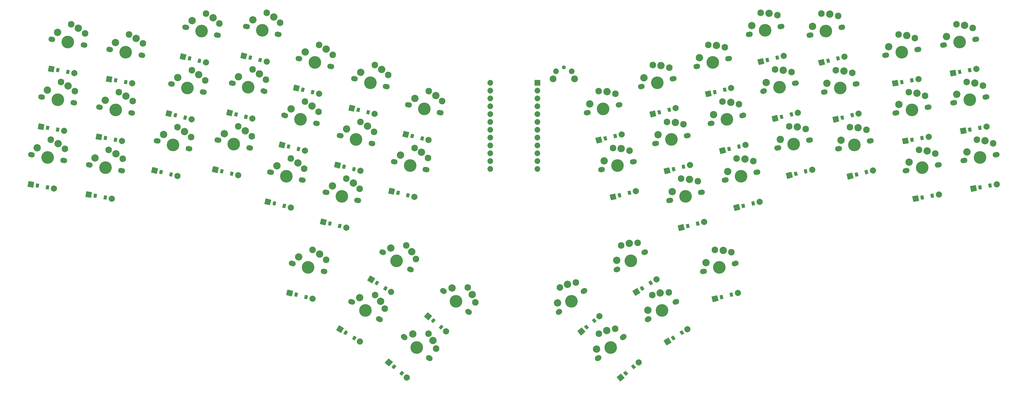
<source format=gbr>
%TF.GenerationSoftware,KiCad,Pcbnew,5.1.12-1.fc35*%
%TF.CreationDate,2022-03-13T18:38:46-07:00*%
%TF.ProjectId,jackalope_unibody,6a61636b-616c-46f7-9065-5f756e69626f,v1.0.0*%
%TF.SameCoordinates,Original*%
%TF.FileFunction,Soldermask,Top*%
%TF.FilePolarity,Negative*%
%FSLAX46Y46*%
G04 Gerber Fmt 4.6, Leading zero omitted, Abs format (unit mm)*
G04 Created by KiCad (PCBNEW 5.1.12-1.fc35) date 2022-03-13 18:38:46*
%MOMM*%
%LPD*%
G01*
G04 APERTURE LIST*
%ADD10C,1.300000*%
%ADD11C,2.200000*%
%ADD12C,1.850000*%
%ADD13C,4.087800*%
%ADD14C,1.801800*%
%ADD15C,2.386000*%
%ADD16C,3.529000*%
%ADD17C,2.132000*%
%ADD18C,2.005000*%
%ADD19C,1.852600*%
G04 APERTURE END LIST*
D10*
%TO.C,RESET*%
X167000000Y29210000D03*
D11*
X163500000Y25510000D03*
D12*
X164500000Y28000000D03*
X169500000Y28000000D03*
D11*
X170510000Y25510000D03*
%TD*%
D13*
%TO.C,S1*%
X0Y0D03*
D14*
X5002823Y-882133D03*
X-5002823Y882133D03*
D15*
X3383544Y4561757D03*
X-3311051Y3163011D03*
%TD*%
D16*
%TO.C,S2*%
X0Y0D03*
D14*
X5416443Y-955065D03*
X-5416443Y955065D03*
D17*
X5583902Y2874029D03*
X1024524Y5810366D03*
%TD*%
%TO.C,D1*%
G36*
G01*
X-3871183Y-9573216D02*
X-3662806Y-8391447D01*
G75*
G02*
X-3604884Y-8350889I49240J-8682D01*
G01*
X-2718557Y-8507172D01*
G75*
G02*
X-2677999Y-8565094I-8682J-49240D01*
G01*
X-2886376Y-9746863D01*
G75*
G02*
X-2944298Y-9787421I-49240J8682D01*
G01*
X-3830625Y-9631138D01*
G75*
G02*
X-3871183Y-9573216I8682J49240D01*
G01*
G37*
G36*
G01*
X-621317Y-10146254D02*
X-412940Y-8964485D01*
G75*
G02*
X-355018Y-8923927I49240J-8682D01*
G01*
X531309Y-9080210D01*
G75*
G02*
X571867Y-9138132I-8682J-49240D01*
G01*
X363490Y-10319901D01*
G75*
G02*
X305568Y-10360459I-49240J8682D01*
G01*
X-580759Y-10204176D01*
G75*
G02*
X-621317Y-10146254I8682J49240D01*
G01*
G37*
D18*
X2102460Y-10017274D03*
G36*
G01*
X-6480883Y-9406513D02*
X-6172137Y-7655525D01*
G75*
G02*
X-6114215Y-7614967I49240J-8682D01*
G01*
X-4363227Y-7923713D01*
G75*
G02*
X-4322669Y-7981635I-8682J-49240D01*
G01*
X-4631415Y-9732623D01*
G75*
G02*
X-4689337Y-9773181I-49240J8682D01*
G01*
X-6440325Y-9464435D01*
G75*
G02*
X-6480883Y-9406513I8682J49240D01*
G01*
G37*
%TD*%
D13*
%TO.C,S3*%
X3299315Y18711347D03*
D14*
X8302138Y17829214D03*
X-1703508Y19593480D03*
D15*
X6682859Y23273104D03*
X-11736Y21874358D03*
%TD*%
D16*
%TO.C,S4*%
X3299315Y18711347D03*
D14*
X8715758Y17756282D03*
X-2117128Y19666412D03*
D17*
X8883217Y21585376D03*
X4323839Y24521713D03*
%TD*%
%TO.C,D2*%
G36*
G01*
X-571867Y9138132D02*
X-363490Y10319901D01*
G75*
G02*
X-305568Y10360459I49240J-8682D01*
G01*
X580759Y10204176D01*
G75*
G02*
X621317Y10146254I-8682J-49240D01*
G01*
X412940Y8964485D01*
G75*
G02*
X355018Y8923927I-49240J8682D01*
G01*
X-531309Y9080210D01*
G75*
G02*
X-571867Y9138132I8682J49240D01*
G01*
G37*
G36*
G01*
X2677999Y8565094D02*
X2886376Y9746863D01*
G75*
G02*
X2944298Y9787421I49240J-8682D01*
G01*
X3830625Y9631138D01*
G75*
G02*
X3871183Y9573216I-8682J-49240D01*
G01*
X3662806Y8391447D01*
G75*
G02*
X3604884Y8350889I-49240J8682D01*
G01*
X2718557Y8507172D01*
G75*
G02*
X2677999Y8565094I8682J49240D01*
G01*
G37*
D18*
X5401776Y8694074D03*
G36*
G01*
X-3181567Y9304835D02*
X-2872821Y11055823D01*
G75*
G02*
X-2814899Y11096381I49240J-8682D01*
G01*
X-1063911Y10787635D01*
G75*
G02*
X-1023353Y10729713I-8682J-49240D01*
G01*
X-1332099Y8978725D01*
G75*
G02*
X-1390021Y8938167I-49240J8682D01*
G01*
X-3141009Y9246913D01*
G75*
G02*
X-3181567Y9304835I8682J49240D01*
G01*
G37*
%TD*%
D13*
%TO.C,S5*%
X6598631Y37422695D03*
D14*
X11601454Y36540562D03*
X1595808Y38304828D03*
D15*
X9982175Y41984452D03*
X3287580Y40585706D03*
%TD*%
D16*
%TO.C,S6*%
X6598631Y37422695D03*
D14*
X12015074Y36467630D03*
X1182188Y38377760D03*
D17*
X12182533Y40296724D03*
X7623155Y43233061D03*
%TD*%
%TO.C,D3*%
G36*
G01*
X2727448Y27849479D02*
X2935825Y29031248D01*
G75*
G02*
X2993747Y29071806I49240J-8682D01*
G01*
X3880074Y28915523D01*
G75*
G02*
X3920632Y28857601I-8682J-49240D01*
G01*
X3712255Y27675832D01*
G75*
G02*
X3654333Y27635274I-49240J8682D01*
G01*
X2768006Y27791557D01*
G75*
G02*
X2727448Y27849479I8682J49240D01*
G01*
G37*
G36*
G01*
X5977314Y27276441D02*
X6185691Y28458210D01*
G75*
G02*
X6243613Y28498768I49240J-8682D01*
G01*
X7129940Y28342485D01*
G75*
G02*
X7170498Y28284563I-8682J-49240D01*
G01*
X6962121Y27102794D01*
G75*
G02*
X6904199Y27062236I-49240J8682D01*
G01*
X6017872Y27218519D01*
G75*
G02*
X5977314Y27276441I8682J49240D01*
G01*
G37*
D18*
X8701091Y27405421D03*
G36*
G01*
X117748Y28016182D02*
X426494Y29767170D01*
G75*
G02*
X484416Y29807728I49240J-8682D01*
G01*
X2235404Y29498982D01*
G75*
G02*
X2275962Y29441060I-8682J-49240D01*
G01*
X1967216Y27690072D01*
G75*
G02*
X1909294Y27649514I-49240J8682D01*
G01*
X158306Y27958260D01*
G75*
G02*
X117748Y28016182I8682J49240D01*
G01*
G37*
%TD*%
D13*
%TO.C,S7*%
X18711347Y-3299315D03*
D14*
X23714170Y-4181448D03*
X13708524Y-2417182D03*
D15*
X22094891Y1262442D03*
X15400296Y-136304D03*
%TD*%
D16*
%TO.C,S8*%
X18711347Y-3299315D03*
D14*
X24127790Y-4254380D03*
X13294904Y-2344250D03*
D17*
X24295249Y-425286D03*
X19735871Y2511051D03*
%TD*%
%TO.C,D4*%
G36*
G01*
X14840165Y-12872531D02*
X15048542Y-11690762D01*
G75*
G02*
X15106464Y-11650204I49240J-8682D01*
G01*
X15992791Y-11806487D01*
G75*
G02*
X16033349Y-11864409I-8682J-49240D01*
G01*
X15824972Y-13046178D01*
G75*
G02*
X15767050Y-13086736I-49240J8682D01*
G01*
X14880723Y-12930453D01*
G75*
G02*
X14840165Y-12872531I8682J49240D01*
G01*
G37*
G36*
G01*
X18090031Y-13445569D02*
X18298408Y-12263800D01*
G75*
G02*
X18356330Y-12223242I49240J-8682D01*
G01*
X19242657Y-12379525D01*
G75*
G02*
X19283215Y-12437447I-8682J-49240D01*
G01*
X19074838Y-13619216D01*
G75*
G02*
X19016916Y-13659774I-49240J8682D01*
G01*
X18130589Y-13503491D01*
G75*
G02*
X18090031Y-13445569I8682J49240D01*
G01*
G37*
D18*
X20813808Y-13316589D03*
G36*
G01*
X12230465Y-12705828D02*
X12539211Y-10954840D01*
G75*
G02*
X12597133Y-10914282I49240J-8682D01*
G01*
X14348121Y-11223028D01*
G75*
G02*
X14388679Y-11280950I-8682J-49240D01*
G01*
X14079933Y-13031938D01*
G75*
G02*
X14022011Y-13072496I-49240J8682D01*
G01*
X12271023Y-12763750D01*
G75*
G02*
X12230465Y-12705828I8682J49240D01*
G01*
G37*
%TD*%
D13*
%TO.C,S9*%
X22010663Y15412032D03*
D14*
X27013486Y14529899D03*
X17007840Y16294165D03*
D15*
X25394207Y19973789D03*
X18699612Y18575043D03*
%TD*%
D16*
%TO.C,S10*%
X22010663Y15412032D03*
D14*
X27427106Y14456967D03*
X16594220Y16367097D03*
D17*
X27594565Y18286061D03*
X23035187Y21222398D03*
%TD*%
%TO.C,D5*%
G36*
G01*
X18139480Y5838816D02*
X18347857Y7020585D01*
G75*
G02*
X18405779Y7061143I49240J-8682D01*
G01*
X19292106Y6904860D01*
G75*
G02*
X19332664Y6846938I-8682J-49240D01*
G01*
X19124287Y5665169D01*
G75*
G02*
X19066365Y5624611I-49240J8682D01*
G01*
X18180038Y5780894D01*
G75*
G02*
X18139480Y5838816I8682J49240D01*
G01*
G37*
G36*
G01*
X21389346Y5265778D02*
X21597723Y6447547D01*
G75*
G02*
X21655645Y6488105I49240J-8682D01*
G01*
X22541972Y6331822D01*
G75*
G02*
X22582530Y6273900I-8682J-49240D01*
G01*
X22374153Y5092131D01*
G75*
G02*
X22316231Y5051573I-49240J8682D01*
G01*
X21429904Y5207856D01*
G75*
G02*
X21389346Y5265778I8682J49240D01*
G01*
G37*
D18*
X24113123Y5394758D03*
G36*
G01*
X15529780Y6005519D02*
X15838526Y7756507D01*
G75*
G02*
X15896448Y7797065I49240J-8682D01*
G01*
X17647436Y7488319D01*
G75*
G02*
X17687994Y7430397I-8682J-49240D01*
G01*
X17379248Y5679409D01*
G75*
G02*
X17321326Y5638851I-49240J8682D01*
G01*
X15570338Y5947597D01*
G75*
G02*
X15529780Y6005519I8682J49240D01*
G01*
G37*
%TD*%
D13*
%TO.C,S11*%
X25309978Y34123379D03*
D14*
X30312801Y33241246D03*
X20307155Y35005512D03*
D15*
X28693522Y38685136D03*
X21998927Y37286390D03*
%TD*%
D16*
%TO.C,S12*%
X25309978Y34123379D03*
D14*
X30726421Y33168314D03*
X19893535Y35078444D03*
D17*
X30893880Y36997408D03*
X26334502Y39933745D03*
%TD*%
%TO.C,D6*%
G36*
G01*
X21438795Y24550164D02*
X21647172Y25731933D01*
G75*
G02*
X21705094Y25772491I49240J-8682D01*
G01*
X22591421Y25616208D01*
G75*
G02*
X22631979Y25558286I-8682J-49240D01*
G01*
X22423602Y24376517D01*
G75*
G02*
X22365680Y24335959I-49240J8682D01*
G01*
X21479353Y24492242D01*
G75*
G02*
X21438795Y24550164I8682J49240D01*
G01*
G37*
G36*
G01*
X24688661Y23977126D02*
X24897038Y25158895D01*
G75*
G02*
X24954960Y25199453I49240J-8682D01*
G01*
X25841287Y25043170D01*
G75*
G02*
X25881845Y24985248I-8682J-49240D01*
G01*
X25673468Y23803479D01*
G75*
G02*
X25615546Y23762921I-49240J8682D01*
G01*
X24729219Y23919204D01*
G75*
G02*
X24688661Y23977126I8682J49240D01*
G01*
G37*
D18*
X27412438Y24106106D03*
G36*
G01*
X18829095Y24716867D02*
X19137841Y26467855D01*
G75*
G02*
X19195763Y26508413I49240J-8682D01*
G01*
X20946751Y26199667D01*
G75*
G02*
X20987309Y26141745I-8682J-49240D01*
G01*
X20678563Y24390757D01*
G75*
G02*
X20620641Y24350199I-49240J8682D01*
G01*
X18869653Y24658945D01*
G75*
G02*
X18829095Y24716867I8682J49240D01*
G01*
G37*
%TD*%
D13*
%TO.C,S13*%
X40629529Y4124049D03*
D14*
X45558631Y2895086D03*
X35700427Y5353012D03*
D15*
X44323043Y8438670D03*
X37547184Y7510323D03*
%TD*%
D16*
%TO.C,S14*%
X40629529Y4124049D03*
D14*
X45966155Y2793479D03*
X35292903Y5454619D03*
D17*
X46400311Y6601563D03*
X42056868Y9848794D03*
%TD*%
%TO.C,D7*%
G36*
G01*
X36099982Y-5155806D02*
X36390288Y-3991451D01*
G75*
G02*
X36450899Y-3955032I48515J-12096D01*
G01*
X37324165Y-4172761D01*
G75*
G02*
X37360584Y-4233372I-12096J-48515D01*
G01*
X37070278Y-5397727D01*
G75*
G02*
X37009667Y-5434146I-48515J12096D01*
G01*
X36136401Y-5216417D01*
G75*
G02*
X36099982Y-5155806I12096J48515D01*
G01*
G37*
G36*
G01*
X39301958Y-5954148D02*
X39592264Y-4789793D01*
G75*
G02*
X39652875Y-4753374I48515J-12096D01*
G01*
X40526141Y-4971103D01*
G75*
G02*
X40562560Y-5031714I-12096J-48515D01*
G01*
X40272254Y-6196069D01*
G75*
G02*
X40211643Y-6232488I-48515J12096D01*
G01*
X39338377Y-6014759D01*
G75*
G02*
X39301958Y-5954148I12096J48515D01*
G01*
G37*
D18*
X42028098Y-6015482D03*
G36*
G01*
X33508268Y-4807466D02*
X33938405Y-3082281D01*
G75*
G02*
X33999016Y-3045862I48515J-12096D01*
G01*
X35724201Y-3475999D01*
G75*
G02*
X35760620Y-3536610I-12096J-48515D01*
G01*
X35330483Y-5261795D01*
G75*
G02*
X35269872Y-5298214I-48515J12096D01*
G01*
X33544687Y-4868077D01*
G75*
G02*
X33508268Y-4807466I12096J48515D01*
G01*
G37*
%TD*%
D13*
%TO.C,S15*%
X45226045Y22559668D03*
D14*
X50155147Y21330705D03*
X40296943Y23788631D03*
D15*
X48919559Y26874289D03*
X42143700Y25945942D03*
%TD*%
D16*
%TO.C,S16*%
X45226045Y22559668D03*
D14*
X50562671Y21229098D03*
X39889419Y23890238D03*
D17*
X50996827Y25037182D03*
X46653384Y28284413D03*
%TD*%
%TO.C,D8*%
G36*
G01*
X40696498Y13279813D02*
X40986804Y14444168D01*
G75*
G02*
X41047415Y14480587I48515J-12096D01*
G01*
X41920681Y14262858D01*
G75*
G02*
X41957100Y14202247I-12096J-48515D01*
G01*
X41666794Y13037892D01*
G75*
G02*
X41606183Y13001473I-48515J12096D01*
G01*
X40732917Y13219202D01*
G75*
G02*
X40696498Y13279813I12096J48515D01*
G01*
G37*
G36*
G01*
X43898474Y12481471D02*
X44188780Y13645826D01*
G75*
G02*
X44249391Y13682245I48515J-12096D01*
G01*
X45122657Y13464516D01*
G75*
G02*
X45159076Y13403905I-12096J-48515D01*
G01*
X44868770Y12239550D01*
G75*
G02*
X44808159Y12203131I-48515J12096D01*
G01*
X43934893Y12420860D01*
G75*
G02*
X43898474Y12481471I12096J48515D01*
G01*
G37*
D18*
X46624614Y12420137D03*
G36*
G01*
X38104784Y13628153D02*
X38534921Y15353338D01*
G75*
G02*
X38595532Y15389757I48515J-12096D01*
G01*
X40320717Y14959620D01*
G75*
G02*
X40357136Y14899009I-12096J-48515D01*
G01*
X39926999Y13173824D01*
G75*
G02*
X39866388Y13137405I-48515J12096D01*
G01*
X38141203Y13567542D01*
G75*
G02*
X38104784Y13628153I12096J48515D01*
G01*
G37*
%TD*%
D13*
%TO.C,S17*%
X49822561Y40995287D03*
D14*
X54751663Y39766324D03*
X44893459Y42224250D03*
D15*
X53516075Y45309908D03*
X46740216Y44381561D03*
%TD*%
D16*
%TO.C,S18*%
X49822561Y40995287D03*
D14*
X55159187Y39664717D03*
X44485935Y42325857D03*
D17*
X55593343Y43472801D03*
X51249900Y46720032D03*
%TD*%
%TO.C,D9*%
G36*
G01*
X45293014Y31715431D02*
X45583320Y32879786D01*
G75*
G02*
X45643931Y32916205I48515J-12096D01*
G01*
X46517197Y32698476D01*
G75*
G02*
X46553616Y32637865I-12096J-48515D01*
G01*
X46263310Y31473510D01*
G75*
G02*
X46202699Y31437091I-48515J12096D01*
G01*
X45329433Y31654820D01*
G75*
G02*
X45293014Y31715431I12096J48515D01*
G01*
G37*
G36*
G01*
X48494990Y30917089D02*
X48785296Y32081444D01*
G75*
G02*
X48845907Y32117863I48515J-12096D01*
G01*
X49719173Y31900134D01*
G75*
G02*
X49755592Y31839523I-12096J-48515D01*
G01*
X49465286Y30675168D01*
G75*
G02*
X49404675Y30638749I-48515J12096D01*
G01*
X48531409Y30856478D01*
G75*
G02*
X48494990Y30917089I12096J48515D01*
G01*
G37*
D18*
X51221130Y30855755D03*
G36*
G01*
X42701300Y32063771D02*
X43131437Y33788956D01*
G75*
G02*
X43192048Y33825375I48515J-12096D01*
G01*
X44917233Y33395238D01*
G75*
G02*
X44953652Y33334627I-12096J-48515D01*
G01*
X44523515Y31609442D01*
G75*
G02*
X44462904Y31573023I-48515J12096D01*
G01*
X42737719Y32003160D01*
G75*
G02*
X42701300Y32063771I12096J48515D01*
G01*
G37*
%TD*%
D13*
%TO.C,S19*%
X60274757Y4379012D03*
D14*
X65203859Y3150049D03*
X55345655Y5607975D03*
D15*
X63968271Y8693633D03*
X57192412Y7765286D03*
%TD*%
D16*
%TO.C,S20*%
X60274757Y4379012D03*
D14*
X65611383Y3048442D03*
X54938131Y5709582D03*
D17*
X66045539Y6856526D03*
X61702096Y10103757D03*
%TD*%
%TO.C,D10*%
G36*
G01*
X55745210Y-4900844D02*
X56035516Y-3736489D01*
G75*
G02*
X56096127Y-3700070I48515J-12096D01*
G01*
X56969393Y-3917799D01*
G75*
G02*
X57005812Y-3978410I-12096J-48515D01*
G01*
X56715506Y-5142765D01*
G75*
G02*
X56654895Y-5179184I-48515J12096D01*
G01*
X55781629Y-4961455D01*
G75*
G02*
X55745210Y-4900844I12096J48515D01*
G01*
G37*
G36*
G01*
X58947186Y-5699186D02*
X59237492Y-4534831D01*
G75*
G02*
X59298103Y-4498412I48515J-12096D01*
G01*
X60171369Y-4716141D01*
G75*
G02*
X60207788Y-4776752I-12096J-48515D01*
G01*
X59917482Y-5941107D01*
G75*
G02*
X59856871Y-5977526I-48515J12096D01*
G01*
X58983605Y-5759797D01*
G75*
G02*
X58947186Y-5699186I12096J48515D01*
G01*
G37*
D18*
X61673326Y-5760520D03*
G36*
G01*
X53153496Y-4552504D02*
X53583633Y-2827319D01*
G75*
G02*
X53644244Y-2790900I48515J-12096D01*
G01*
X55369429Y-3221037D01*
G75*
G02*
X55405848Y-3281648I-12096J-48515D01*
G01*
X54975711Y-5006833D01*
G75*
G02*
X54915100Y-5043252I-48515J12096D01*
G01*
X53189915Y-4613115D01*
G75*
G02*
X53153496Y-4552504I12096J48515D01*
G01*
G37*
%TD*%
D13*
%TO.C,S21*%
X64871273Y22814631D03*
D14*
X69800375Y21585668D03*
X59942171Y24043594D03*
D15*
X68564787Y27129252D03*
X61788928Y26200905D03*
%TD*%
D16*
%TO.C,S22*%
X64871273Y22814631D03*
D14*
X70207899Y21484061D03*
X59534647Y24145201D03*
D17*
X70642055Y25292145D03*
X66298612Y28539376D03*
%TD*%
%TO.C,D11*%
G36*
G01*
X60341726Y13534775D02*
X60632032Y14699130D01*
G75*
G02*
X60692643Y14735549I48515J-12096D01*
G01*
X61565909Y14517820D01*
G75*
G02*
X61602328Y14457209I-12096J-48515D01*
G01*
X61312022Y13292854D01*
G75*
G02*
X61251411Y13256435I-48515J12096D01*
G01*
X60378145Y13474164D01*
G75*
G02*
X60341726Y13534775I12096J48515D01*
G01*
G37*
G36*
G01*
X63543702Y12736433D02*
X63834008Y13900788D01*
G75*
G02*
X63894619Y13937207I48515J-12096D01*
G01*
X64767885Y13719478D01*
G75*
G02*
X64804304Y13658867I-12096J-48515D01*
G01*
X64513998Y12494512D01*
G75*
G02*
X64453387Y12458093I-48515J12096D01*
G01*
X63580121Y12675822D01*
G75*
G02*
X63543702Y12736433I12096J48515D01*
G01*
G37*
D18*
X66269842Y12675099D03*
G36*
G01*
X57750012Y13883115D02*
X58180149Y15608300D01*
G75*
G02*
X58240760Y15644719I48515J-12096D01*
G01*
X59965945Y15214582D01*
G75*
G02*
X60002364Y15153971I-12096J-48515D01*
G01*
X59572227Y13428786D01*
G75*
G02*
X59511616Y13392367I-48515J12096D01*
G01*
X57786431Y13822504D01*
G75*
G02*
X57750012Y13883115I12096J48515D01*
G01*
G37*
%TD*%
D13*
%TO.C,S23*%
X69467789Y41250249D03*
D14*
X74396891Y40021286D03*
X64538687Y42479212D03*
D15*
X73161303Y45564870D03*
X66385444Y44636523D03*
%TD*%
D16*
%TO.C,S24*%
X69467789Y41250249D03*
D14*
X74804415Y39919679D03*
X64131163Y42580819D03*
D17*
X75238571Y43727763D03*
X70895128Y46974994D03*
%TD*%
%TO.C,D12*%
G36*
G01*
X64938242Y31970394D02*
X65228548Y33134749D01*
G75*
G02*
X65289159Y33171168I48515J-12096D01*
G01*
X66162425Y32953439D01*
G75*
G02*
X66198844Y32892828I-12096J-48515D01*
G01*
X65908538Y31728473D01*
G75*
G02*
X65847927Y31692054I-48515J12096D01*
G01*
X64974661Y31909783D01*
G75*
G02*
X64938242Y31970394I12096J48515D01*
G01*
G37*
G36*
G01*
X68140218Y31172052D02*
X68430524Y32336407D01*
G75*
G02*
X68491135Y32372826I48515J-12096D01*
G01*
X69364401Y32155097D01*
G75*
G02*
X69400820Y32094486I-12096J-48515D01*
G01*
X69110514Y30930131D01*
G75*
G02*
X69049903Y30893712I-48515J12096D01*
G01*
X68176637Y31111441D01*
G75*
G02*
X68140218Y31172052I12096J48515D01*
G01*
G37*
D18*
X70866358Y31110718D03*
G36*
G01*
X62346528Y32318734D02*
X62776665Y34043919D01*
G75*
G02*
X62837276Y34080338I48515J-12096D01*
G01*
X64562461Y33650201D01*
G75*
G02*
X64598880Y33589590I-12096J-48515D01*
G01*
X64168743Y31864405D01*
G75*
G02*
X64108132Y31827986I-48515J12096D01*
G01*
X62382947Y32258123D01*
G75*
G02*
X62346528Y32318734I12096J48515D01*
G01*
G37*
%TD*%
D13*
%TO.C,S25*%
X77258845Y-6039279D03*
D14*
X82187947Y-7268242D03*
X72329743Y-4810316D03*
D15*
X80952359Y-1724658D03*
X74176500Y-2653005D03*
%TD*%
D16*
%TO.C,S26*%
X77258845Y-6039279D03*
D14*
X82595471Y-7369849D03*
X71922219Y-4708709D03*
D17*
X83029627Y-3561765D03*
X78686184Y-314534D03*
%TD*%
%TO.C,D13*%
G36*
G01*
X72729298Y-15319134D02*
X73019604Y-14154779D01*
G75*
G02*
X73080215Y-14118360I48515J-12096D01*
G01*
X73953481Y-14336089D01*
G75*
G02*
X73989900Y-14396700I-12096J-48515D01*
G01*
X73699594Y-15561055D01*
G75*
G02*
X73638983Y-15597474I-48515J12096D01*
G01*
X72765717Y-15379745D01*
G75*
G02*
X72729298Y-15319134I12096J48515D01*
G01*
G37*
G36*
G01*
X75931274Y-16117476D02*
X76221580Y-14953121D01*
G75*
G02*
X76282191Y-14916702I48515J-12096D01*
G01*
X77155457Y-15134431D01*
G75*
G02*
X77191876Y-15195042I-12096J-48515D01*
G01*
X76901570Y-16359397D01*
G75*
G02*
X76840959Y-16395816I-48515J12096D01*
G01*
X75967693Y-16178087D01*
G75*
G02*
X75931274Y-16117476I12096J48515D01*
G01*
G37*
D18*
X78657414Y-16178810D03*
G36*
G01*
X70137584Y-14970794D02*
X70567721Y-13245609D01*
G75*
G02*
X70628332Y-13209190I48515J-12096D01*
G01*
X72353517Y-13639327D01*
G75*
G02*
X72389936Y-13699938I-12096J-48515D01*
G01*
X71959799Y-15425123D01*
G75*
G02*
X71899188Y-15461542I-48515J12096D01*
G01*
X70174003Y-15031405D01*
G75*
G02*
X70137584Y-14970794I12096J48515D01*
G01*
G37*
%TD*%
D13*
%TO.C,S27*%
X81855361Y12396340D03*
D14*
X86784463Y11167377D03*
X76926259Y13625303D03*
D15*
X85548875Y16710961D03*
X78773016Y15782614D03*
%TD*%
D16*
%TO.C,S28*%
X81855361Y12396340D03*
D14*
X87191987Y11065770D03*
X76518735Y13726910D03*
D17*
X87626143Y14873854D03*
X83282700Y18121085D03*
%TD*%
%TO.C,D14*%
G36*
G01*
X77325814Y3116485D02*
X77616120Y4280840D01*
G75*
G02*
X77676731Y4317259I48515J-12096D01*
G01*
X78549997Y4099530D01*
G75*
G02*
X78586416Y4038919I-12096J-48515D01*
G01*
X78296110Y2874564D01*
G75*
G02*
X78235499Y2838145I-48515J12096D01*
G01*
X77362233Y3055874D01*
G75*
G02*
X77325814Y3116485I12096J48515D01*
G01*
G37*
G36*
G01*
X80527790Y2318143D02*
X80818096Y3482498D01*
G75*
G02*
X80878707Y3518917I48515J-12096D01*
G01*
X81751973Y3301188D01*
G75*
G02*
X81788392Y3240577I-12096J-48515D01*
G01*
X81498086Y2076222D01*
G75*
G02*
X81437475Y2039803I-48515J12096D01*
G01*
X80564209Y2257532D01*
G75*
G02*
X80527790Y2318143I12096J48515D01*
G01*
G37*
D18*
X83253930Y2256809D03*
G36*
G01*
X74734100Y3464825D02*
X75164237Y5190010D01*
G75*
G02*
X75224848Y5226429I48515J-12096D01*
G01*
X76950033Y4796292D01*
G75*
G02*
X76986452Y4735681I-12096J-48515D01*
G01*
X76556315Y3010496D01*
G75*
G02*
X76495704Y2974077I-48515J12096D01*
G01*
X74770519Y3404214D01*
G75*
G02*
X74734100Y3464825I12096J48515D01*
G01*
G37*
%TD*%
D13*
%TO.C,S29*%
X86451877Y30831959D03*
D14*
X91380979Y29602996D03*
X81522775Y32060922D03*
D15*
X90145391Y35146580D03*
X83369532Y34218233D03*
%TD*%
D16*
%TO.C,S30*%
X86451877Y30831959D03*
D14*
X91788503Y29501389D03*
X81115251Y32162529D03*
D17*
X92222659Y33309473D03*
X87879216Y36556704D03*
%TD*%
%TO.C,D15*%
G36*
G01*
X81922330Y21552104D02*
X82212636Y22716459D01*
G75*
G02*
X82273247Y22752878I48515J-12096D01*
G01*
X83146513Y22535149D01*
G75*
G02*
X83182932Y22474538I-12096J-48515D01*
G01*
X82892626Y21310183D01*
G75*
G02*
X82832015Y21273764I-48515J12096D01*
G01*
X81958749Y21491493D01*
G75*
G02*
X81922330Y21552104I12096J48515D01*
G01*
G37*
G36*
G01*
X85124306Y20753762D02*
X85414612Y21918117D01*
G75*
G02*
X85475223Y21954536I48515J-12096D01*
G01*
X86348489Y21736807D01*
G75*
G02*
X86384908Y21676196I-12096J-48515D01*
G01*
X86094602Y20511841D01*
G75*
G02*
X86033991Y20475422I-48515J12096D01*
G01*
X85160725Y20693151D01*
G75*
G02*
X85124306Y20753762I12096J48515D01*
G01*
G37*
D18*
X87850446Y20692428D03*
G36*
G01*
X79330616Y21900444D02*
X79760753Y23625629D01*
G75*
G02*
X79821364Y23662048I48515J-12096D01*
G01*
X81546549Y23231911D01*
G75*
G02*
X81582968Y23171300I-12096J-48515D01*
G01*
X81152831Y21446115D01*
G75*
G02*
X81092220Y21409696I-48515J12096D01*
G01*
X79367035Y21839833D01*
G75*
G02*
X79330616Y21900444I12096J48515D01*
G01*
G37*
%TD*%
D13*
%TO.C,S31*%
X95210620Y-12576386D03*
D14*
X100139722Y-13805349D03*
X90281518Y-11347423D03*
D15*
X98904134Y-8261765D03*
X92128275Y-9190112D03*
%TD*%
D16*
%TO.C,S32*%
X95210620Y-12576386D03*
D14*
X100547246Y-13906956D03*
X89873994Y-11245816D03*
D17*
X100981402Y-10098872D03*
X96637959Y-6851641D03*
%TD*%
%TO.C,D16*%
G36*
G01*
X90681073Y-21856242D02*
X90971379Y-20691887D01*
G75*
G02*
X91031990Y-20655468I48515J-12096D01*
G01*
X91905256Y-20873197D01*
G75*
G02*
X91941675Y-20933808I-12096J-48515D01*
G01*
X91651369Y-22098163D01*
G75*
G02*
X91590758Y-22134582I-48515J12096D01*
G01*
X90717492Y-21916853D01*
G75*
G02*
X90681073Y-21856242I12096J48515D01*
G01*
G37*
G36*
G01*
X93883049Y-22654584D02*
X94173355Y-21490229D01*
G75*
G02*
X94233966Y-21453810I48515J-12096D01*
G01*
X95107232Y-21671539D01*
G75*
G02*
X95143651Y-21732150I-12096J-48515D01*
G01*
X94853345Y-22896505D01*
G75*
G02*
X94792734Y-22932924I-48515J12096D01*
G01*
X93919468Y-22715195D01*
G75*
G02*
X93883049Y-22654584I12096J48515D01*
G01*
G37*
D18*
X96609189Y-22715918D03*
G36*
G01*
X88089359Y-21507902D02*
X88519496Y-19782717D01*
G75*
G02*
X88580107Y-19746298I48515J-12096D01*
G01*
X90305292Y-20176435D01*
G75*
G02*
X90341711Y-20237046I-12096J-48515D01*
G01*
X89911574Y-21962231D01*
G75*
G02*
X89850963Y-21998650I-48515J12096D01*
G01*
X88125778Y-21568513D01*
G75*
G02*
X88089359Y-21507902I12096J48515D01*
G01*
G37*
%TD*%
D13*
%TO.C,S33*%
X99807136Y5859233D03*
D14*
X104736238Y4630270D03*
X94878034Y7088196D03*
D15*
X103500650Y10173854D03*
X96724791Y9245507D03*
%TD*%
D16*
%TO.C,S34*%
X99807136Y5859233D03*
D14*
X105143762Y4528663D03*
X94470510Y7189803D03*
D17*
X105577918Y8336747D03*
X101234475Y11583978D03*
%TD*%
%TO.C,D17*%
G36*
G01*
X95277589Y-3420623D02*
X95567895Y-2256268D01*
G75*
G02*
X95628506Y-2219849I48515J-12096D01*
G01*
X96501772Y-2437578D01*
G75*
G02*
X96538191Y-2498189I-12096J-48515D01*
G01*
X96247885Y-3662544D01*
G75*
G02*
X96187274Y-3698963I-48515J12096D01*
G01*
X95314008Y-3481234D01*
G75*
G02*
X95277589Y-3420623I12096J48515D01*
G01*
G37*
G36*
G01*
X98479565Y-4218965D02*
X98769871Y-3054610D01*
G75*
G02*
X98830482Y-3018191I48515J-12096D01*
G01*
X99703748Y-3235920D01*
G75*
G02*
X99740167Y-3296531I-12096J-48515D01*
G01*
X99449861Y-4460886D01*
G75*
G02*
X99389250Y-4497305I-48515J12096D01*
G01*
X98515984Y-4279576D01*
G75*
G02*
X98479565Y-4218965I12096J48515D01*
G01*
G37*
D18*
X101205705Y-4280299D03*
G36*
G01*
X92685875Y-3072283D02*
X93116012Y-1347098D01*
G75*
G02*
X93176623Y-1310679I48515J-12096D01*
G01*
X94901808Y-1740816D01*
G75*
G02*
X94938227Y-1801427I-12096J-48515D01*
G01*
X94508090Y-3526612D01*
G75*
G02*
X94447479Y-3563031I-48515J12096D01*
G01*
X92722294Y-3132894D01*
G75*
G02*
X92685875Y-3072283I12096J48515D01*
G01*
G37*
%TD*%
D13*
%TO.C,S35*%
X104403652Y24294852D03*
D14*
X109332754Y23065889D03*
X99474550Y25523815D03*
D15*
X108097166Y28609473D03*
X101321307Y27681126D03*
%TD*%
D16*
%TO.C,S36*%
X104403652Y24294852D03*
D14*
X109740278Y22964282D03*
X99067026Y25625422D03*
D17*
X110174434Y26772366D03*
X105830991Y30019597D03*
%TD*%
%TO.C,D18*%
G36*
G01*
X99874105Y15014996D02*
X100164411Y16179351D01*
G75*
G02*
X100225022Y16215770I48515J-12096D01*
G01*
X101098288Y15998041D01*
G75*
G02*
X101134707Y15937430I-12096J-48515D01*
G01*
X100844401Y14773075D01*
G75*
G02*
X100783790Y14736656I-48515J12096D01*
G01*
X99910524Y14954385D01*
G75*
G02*
X99874105Y15014996I12096J48515D01*
G01*
G37*
G36*
G01*
X103076081Y14216654D02*
X103366387Y15381009D01*
G75*
G02*
X103426998Y15417428I48515J-12096D01*
G01*
X104300264Y15199699D01*
G75*
G02*
X104336683Y15139088I-12096J-48515D01*
G01*
X104046377Y13974733D01*
G75*
G02*
X103985766Y13938314I-48515J12096D01*
G01*
X103112500Y14156043D01*
G75*
G02*
X103076081Y14216654I12096J48515D01*
G01*
G37*
D18*
X105802221Y14155320D03*
G36*
G01*
X97282391Y15363336D02*
X97712528Y17088521D01*
G75*
G02*
X97773139Y17124940I48515J-12096D01*
G01*
X99498324Y16694803D01*
G75*
G02*
X99534743Y16634192I-12096J-48515D01*
G01*
X99104606Y14909007D01*
G75*
G02*
X99043995Y14872588I-48515J12096D01*
G01*
X97318810Y15302725D01*
G75*
G02*
X97282391Y15363336I12096J48515D01*
G01*
G37*
%TD*%
D13*
%TO.C,S37*%
X117275067Y-2618466D03*
D14*
X122204169Y-3847429D03*
X112345965Y-1389503D03*
D15*
X120968581Y1696155D03*
X114192722Y767808D03*
%TD*%
D16*
%TO.C,S38*%
X117275067Y-2618466D03*
D14*
X122611693Y-3949036D03*
X111938441Y-1287896D03*
D17*
X123045849Y-140952D03*
X118702406Y3106279D03*
%TD*%
%TO.C,D19*%
G36*
G01*
X112745520Y-11898322D02*
X113035826Y-10733967D01*
G75*
G02*
X113096437Y-10697548I48515J-12096D01*
G01*
X113969703Y-10915277D01*
G75*
G02*
X114006122Y-10975888I-12096J-48515D01*
G01*
X113715816Y-12140243D01*
G75*
G02*
X113655205Y-12176662I-48515J12096D01*
G01*
X112781939Y-11958933D01*
G75*
G02*
X112745520Y-11898322I12096J48515D01*
G01*
G37*
G36*
G01*
X115947496Y-12696664D02*
X116237802Y-11532309D01*
G75*
G02*
X116298413Y-11495890I48515J-12096D01*
G01*
X117171679Y-11713619D01*
G75*
G02*
X117208098Y-11774230I-12096J-48515D01*
G01*
X116917792Y-12938585D01*
G75*
G02*
X116857181Y-12975004I-48515J12096D01*
G01*
X115983915Y-12757275D01*
G75*
G02*
X115947496Y-12696664I12096J48515D01*
G01*
G37*
D18*
X118673636Y-12757998D03*
G36*
G01*
X110153806Y-11549982D02*
X110583943Y-9824797D01*
G75*
G02*
X110644554Y-9788378I48515J-12096D01*
G01*
X112369739Y-10218515D01*
G75*
G02*
X112406158Y-10279126I-12096J-48515D01*
G01*
X111976021Y-12004311D01*
G75*
G02*
X111915410Y-12040730I-48515J12096D01*
G01*
X110190225Y-11610593D01*
G75*
G02*
X110153806Y-11549982I12096J48515D01*
G01*
G37*
%TD*%
D13*
%TO.C,S39*%
X121871583Y15817153D03*
D14*
X126800685Y14588190D03*
X116942481Y17046116D03*
D15*
X125565097Y20131774D03*
X118789238Y19203427D03*
%TD*%
D16*
%TO.C,S40*%
X121871583Y15817153D03*
D14*
X127208209Y14486583D03*
X116534957Y17147723D03*
D17*
X127642365Y18294667D03*
X123298922Y21541898D03*
%TD*%
%TO.C,D20*%
G36*
G01*
X117342036Y6537297D02*
X117632342Y7701652D01*
G75*
G02*
X117692953Y7738071I48515J-12096D01*
G01*
X118566219Y7520342D01*
G75*
G02*
X118602638Y7459731I-12096J-48515D01*
G01*
X118312332Y6295376D01*
G75*
G02*
X118251721Y6258957I-48515J12096D01*
G01*
X117378455Y6476686D01*
G75*
G02*
X117342036Y6537297I12096J48515D01*
G01*
G37*
G36*
G01*
X120544012Y5738955D02*
X120834318Y6903310D01*
G75*
G02*
X120894929Y6939729I48515J-12096D01*
G01*
X121768195Y6722000D01*
G75*
G02*
X121804614Y6661389I-12096J-48515D01*
G01*
X121514308Y5497034D01*
G75*
G02*
X121453697Y5460615I-48515J12096D01*
G01*
X120580431Y5678344D01*
G75*
G02*
X120544012Y5738955I12096J48515D01*
G01*
G37*
D18*
X123270152Y5677621D03*
G36*
G01*
X114750322Y6885637D02*
X115180459Y8610822D01*
G75*
G02*
X115241070Y8647241I48515J-12096D01*
G01*
X116966255Y8217104D01*
G75*
G02*
X117002674Y8156493I-12096J-48515D01*
G01*
X116572537Y6431308D01*
G75*
G02*
X116511926Y6394889I-48515J12096D01*
G01*
X114786741Y6825026D01*
G75*
G02*
X114750322Y6885637I12096J48515D01*
G01*
G37*
%TD*%
D13*
%TO.C,S41*%
X84311094Y-35624170D03*
D14*
X89240196Y-36853133D03*
X79381992Y-34395207D03*
D15*
X88004608Y-31309549D03*
X81228749Y-32237896D03*
%TD*%
D16*
%TO.C,S42*%
X84311094Y-35624170D03*
D14*
X89647720Y-36954740D03*
X78974468Y-34293600D03*
D17*
X90081876Y-33146656D03*
X85738433Y-29899425D03*
%TD*%
%TO.C,D21*%
G36*
G01*
X79781547Y-44904025D02*
X80071853Y-43739670D01*
G75*
G02*
X80132464Y-43703251I48515J-12096D01*
G01*
X81005730Y-43920980D01*
G75*
G02*
X81042149Y-43981591I-12096J-48515D01*
G01*
X80751843Y-45145946D01*
G75*
G02*
X80691232Y-45182365I-48515J12096D01*
G01*
X79817966Y-44964636D01*
G75*
G02*
X79781547Y-44904025I12096J48515D01*
G01*
G37*
G36*
G01*
X82983523Y-45702367D02*
X83273829Y-44538012D01*
G75*
G02*
X83334440Y-44501593I48515J-12096D01*
G01*
X84207706Y-44719322D01*
G75*
G02*
X84244125Y-44779933I-12096J-48515D01*
G01*
X83953819Y-45944288D01*
G75*
G02*
X83893208Y-45980707I-48515J12096D01*
G01*
X83019942Y-45762978D01*
G75*
G02*
X82983523Y-45702367I12096J48515D01*
G01*
G37*
D18*
X85709663Y-45763701D03*
G36*
G01*
X77189833Y-44555685D02*
X77619970Y-42830500D01*
G75*
G02*
X77680581Y-42794081I48515J-12096D01*
G01*
X79405766Y-43224218D01*
G75*
G02*
X79442185Y-43284829I-12096J-48515D01*
G01*
X79012048Y-45010014D01*
G75*
G02*
X78951437Y-45046433I-48515J12096D01*
G01*
X77226252Y-44616296D01*
G75*
G02*
X77189833Y-44555685I12096J48515D01*
G01*
G37*
%TD*%
D13*
%TO.C,S43*%
X112928949Y-33483880D03*
D14*
X117237033Y-36175870D03*
X108620865Y-30791890D03*
D15*
X117774981Y-30521791D03*
X111043881Y-29310845D03*
%TD*%
D16*
%TO.C,S44*%
X112928949Y-33483880D03*
D14*
X117593214Y-36398436D03*
X108264684Y-30569324D03*
D17*
X119182883Y-32910894D03*
X116055473Y-28480396D03*
%TD*%
%TO.C,D22*%
G36*
G01*
X105753462Y-40909839D02*
X106389365Y-39892181D01*
G75*
G02*
X106458263Y-39876275I42402J-26496D01*
G01*
X107221506Y-40353203D01*
G75*
G02*
X107237412Y-40422101I-26496J-42402D01*
G01*
X106601509Y-41439759D01*
G75*
G02*
X106532611Y-41455665I-42402J26496D01*
G01*
X105769368Y-40978737D01*
G75*
G02*
X105753462Y-40909839I26496J42402D01*
G01*
G37*
G36*
G01*
X108552020Y-42658573D02*
X109187923Y-41640915D01*
G75*
G02*
X109256821Y-41625009I42402J-26496D01*
G01*
X110020064Y-42101937D01*
G75*
G02*
X110035970Y-42170835I-26496J-42402D01*
G01*
X109400067Y-43188493D01*
G75*
G02*
X109331169Y-43204399I-42402J26496D01*
G01*
X108567926Y-42727471D01*
G75*
G02*
X108552020Y-42658573I26496J42402D01*
G01*
G37*
D18*
X111125779Y-43559329D03*
G36*
G01*
X103396238Y-39777666D02*
X104338434Y-38269836D01*
G75*
G02*
X104407332Y-38253930I42402J-26496D01*
G01*
X105915162Y-39196126D01*
G75*
G02*
X105931068Y-39265024I-26496J-42402D01*
G01*
X104988872Y-40772854D01*
G75*
G02*
X104919974Y-40788760I-42402J26496D01*
G01*
X103412144Y-39846564D01*
G75*
G02*
X103396238Y-39777666I26496J42402D01*
G01*
G37*
%TD*%
D13*
%TO.C,S45*%
X132116148Y-46652551D03*
D14*
X136007654Y-49917912D03*
X128224642Y-43387190D03*
D15*
X137327262Y-44393726D03*
X130830199Y-42257777D03*
%TD*%
D16*
%TO.C,S46*%
X132116148Y-46652551D03*
D14*
X136329392Y-50187883D03*
X127902904Y-43117219D03*
D17*
X138388963Y-46955520D03*
X135908595Y-42132889D03*
%TD*%
%TO.C,D23*%
G36*
G01*
X123976998Y-53007606D02*
X124748344Y-52088353D01*
G75*
G02*
X124818785Y-52082190I38302J-32139D01*
G01*
X125508225Y-52660699D01*
G75*
G02*
X125514388Y-52731140I-32139J-38302D01*
G01*
X124743042Y-53650393D01*
G75*
G02*
X124672601Y-53656556I-38302J32139D01*
G01*
X123983161Y-53078047D01*
G75*
G02*
X123976998Y-53007606I32139J38302D01*
G01*
G37*
G36*
G01*
X126504944Y-55128806D02*
X127276290Y-54209553D01*
G75*
G02*
X127346731Y-54203390I38302J-32139D01*
G01*
X128036171Y-54781899D01*
G75*
G02*
X128042334Y-54852340I-32139J-38302D01*
G01*
X127270988Y-55771593D01*
G75*
G02*
X127200547Y-55777756I-38302J32139D01*
G01*
X126511107Y-55199247D01*
G75*
G02*
X126504944Y-55128806I32139J38302D01*
G01*
G37*
D18*
X128928295Y-56378994D03*
G36*
G01*
X121800283Y-51558388D02*
X122943160Y-50196361D01*
G75*
G02*
X123013601Y-50190198I38302J-32139D01*
G01*
X124375628Y-51333075D01*
G75*
G02*
X124381791Y-51403516I-32139J-38302D01*
G01*
X123238914Y-52765543D01*
G75*
G02*
X123168473Y-52771706I-38302J32139D01*
G01*
X121806446Y-51628829D01*
G75*
G02*
X121800283Y-51558388I32139J38302D01*
G01*
G37*
%TD*%
D13*
%TO.C,S47*%
X102860483Y-49596794D03*
D14*
X107168567Y-52288784D03*
X98552399Y-46904804D03*
D15*
X107706515Y-46634705D03*
X100975415Y-45423759D03*
%TD*%
D16*
%TO.C,S48*%
X102860483Y-49596794D03*
D14*
X107524748Y-52511350D03*
X98196218Y-46682238D03*
D17*
X109114417Y-49023808D03*
X105987007Y-44593310D03*
%TD*%
%TO.C,D24*%
G36*
G01*
X95684996Y-57022753D02*
X96320899Y-56005095D01*
G75*
G02*
X96389797Y-55989189I42402J-26496D01*
G01*
X97153040Y-56466117D01*
G75*
G02*
X97168946Y-56535015I-26496J-42402D01*
G01*
X96533043Y-57552673D01*
G75*
G02*
X96464145Y-57568579I-42402J26496D01*
G01*
X95700902Y-57091651D01*
G75*
G02*
X95684996Y-57022753I26496J42402D01*
G01*
G37*
G36*
G01*
X98483554Y-58771487D02*
X99119457Y-57753829D01*
G75*
G02*
X99188355Y-57737923I42402J-26496D01*
G01*
X99951598Y-58214851D01*
G75*
G02*
X99967504Y-58283749I-26496J-42402D01*
G01*
X99331601Y-59301407D01*
G75*
G02*
X99262703Y-59317313I-42402J26496D01*
G01*
X98499460Y-58840385D01*
G75*
G02*
X98483554Y-58771487I26496J42402D01*
G01*
G37*
D18*
X101057313Y-59672243D03*
G36*
G01*
X93327772Y-55890580D02*
X94269968Y-54382750D01*
G75*
G02*
X94338866Y-54366844I42402J-26496D01*
G01*
X95846696Y-55309040D01*
G75*
G02*
X95862602Y-55377938I-26496J-42402D01*
G01*
X94920406Y-56885768D01*
G75*
G02*
X94851508Y-56901674I-42402J26496D01*
G01*
X93343678Y-55959478D01*
G75*
G02*
X93327772Y-55890580I26496J42402D01*
G01*
G37*
%TD*%
D13*
%TO.C,S49*%
X119422190Y-61608022D03*
D14*
X123313696Y-64873383D03*
X115530684Y-58342661D03*
D15*
X124633304Y-59349197D03*
X118136241Y-57213248D03*
%TD*%
D16*
%TO.C,S50*%
X119422190Y-61608022D03*
D14*
X123635434Y-65143354D03*
X115208946Y-58072690D03*
D17*
X125695005Y-61910991D03*
X123214637Y-57088360D03*
%TD*%
%TO.C,D25*%
G36*
G01*
X111283039Y-67963077D02*
X112054385Y-67043824D01*
G75*
G02*
X112124826Y-67037661I38302J-32139D01*
G01*
X112814266Y-67616170D01*
G75*
G02*
X112820429Y-67686611I-32139J-38302D01*
G01*
X112049083Y-68605864D01*
G75*
G02*
X111978642Y-68612027I-38302J32139D01*
G01*
X111289202Y-68033518D01*
G75*
G02*
X111283039Y-67963077I32139J38302D01*
G01*
G37*
G36*
G01*
X113810985Y-70084277D02*
X114582331Y-69165024D01*
G75*
G02*
X114652772Y-69158861I38302J-32139D01*
G01*
X115342212Y-69737370D01*
G75*
G02*
X115348375Y-69807811I-32139J-38302D01*
G01*
X114577029Y-70727064D01*
G75*
G02*
X114506588Y-70733227I-38302J32139D01*
G01*
X113817148Y-70154718D01*
G75*
G02*
X113810985Y-70084277I32139J38302D01*
G01*
G37*
D18*
X116234336Y-71334465D03*
G36*
G01*
X109106324Y-66513859D02*
X110249201Y-65151832D01*
G75*
G02*
X110319642Y-65145669I38302J-32139D01*
G01*
X111681669Y-66288546D01*
G75*
G02*
X111687832Y-66358987I-32139J-38302D01*
G01*
X110544955Y-67721014D01*
G75*
G02*
X110474514Y-67727177I-38302J32139D01*
G01*
X109112487Y-66584300D01*
G75*
G02*
X109106324Y-66513859I32139J38302D01*
G01*
G37*
%TD*%
D13*
%TO.C,S51*%
X301598631Y0D03*
D14*
X306601454Y882133D03*
X296595808Y-882133D03*
D15*
X303217910Y5443890D03*
X297405447Y1839812D03*
%TD*%
D16*
%TO.C,S52*%
X301598631Y0D03*
D14*
X307015074Y955065D03*
X296182188Y-955065D03*
D17*
X305862807Y4610510D03*
X300574107Y5810366D03*
%TD*%
%TO.C,D26*%
G36*
G01*
X301235141Y-10319901D02*
X301026764Y-9138132D01*
G75*
G02*
X301067322Y-9080210I49240J8682D01*
G01*
X301953649Y-8923927D01*
G75*
G02*
X302011571Y-8964485I8682J-49240D01*
G01*
X302219948Y-10146254D01*
G75*
G02*
X302179390Y-10204176I-49240J-8682D01*
G01*
X301293063Y-10360459D01*
G75*
G02*
X301235141Y-10319901I-8682J49240D01*
G01*
G37*
G36*
G01*
X304485007Y-9746863D02*
X304276630Y-8565094D01*
G75*
G02*
X304317188Y-8507172I49240J8682D01*
G01*
X305203515Y-8350889D01*
G75*
G02*
X305261437Y-8391447I8682J-49240D01*
G01*
X305469814Y-9573216D01*
G75*
G02*
X305429256Y-9631138I-49240J-8682D01*
G01*
X304542929Y-9787421D01*
G75*
G02*
X304485007Y-9746863I-8682J49240D01*
G01*
G37*
D18*
X307000407Y-8694074D03*
G36*
G01*
X298725810Y-11055823D02*
X298417064Y-9304835D01*
G75*
G02*
X298457622Y-9246913I49240J8682D01*
G01*
X300208610Y-8938167D01*
G75*
G02*
X300266532Y-8978725I8682J-49240D01*
G01*
X300575278Y-10729713D01*
G75*
G02*
X300534720Y-10787635I-49240J-8682D01*
G01*
X298783732Y-11096381D01*
G75*
G02*
X298725810Y-11055823I-8682J49240D01*
G01*
G37*
%TD*%
D13*
%TO.C,S53*%
X298299315Y18711347D03*
D14*
X303302138Y19593480D03*
X293296492Y17829214D03*
D15*
X299918594Y24155237D03*
X294106131Y20551159D03*
%TD*%
D16*
%TO.C,S54*%
X298299315Y18711347D03*
D14*
X303715758Y19666412D03*
X292882872Y17756282D03*
D17*
X302563491Y23321857D03*
X297274791Y24521713D03*
%TD*%
%TO.C,D27*%
G36*
G01*
X297935825Y8391447D02*
X297727448Y9573216D01*
G75*
G02*
X297768006Y9631138I49240J8682D01*
G01*
X298654333Y9787421D01*
G75*
G02*
X298712255Y9746863I8682J-49240D01*
G01*
X298920632Y8565094D01*
G75*
G02*
X298880074Y8507172I-49240J-8682D01*
G01*
X297993747Y8350889D01*
G75*
G02*
X297935825Y8391447I-8682J49240D01*
G01*
G37*
G36*
G01*
X301185691Y8964485D02*
X300977314Y10146254D01*
G75*
G02*
X301017872Y10204176I49240J8682D01*
G01*
X301904199Y10360459D01*
G75*
G02*
X301962121Y10319901I8682J-49240D01*
G01*
X302170498Y9138132D01*
G75*
G02*
X302129940Y9080210I-49240J-8682D01*
G01*
X301243613Y8923927D01*
G75*
G02*
X301185691Y8964485I-8682J49240D01*
G01*
G37*
D18*
X303701091Y10017274D03*
G36*
G01*
X295426494Y7655525D02*
X295117748Y9406513D01*
G75*
G02*
X295158306Y9464435I49240J8682D01*
G01*
X296909294Y9773181D01*
G75*
G02*
X296967216Y9732623I8682J-49240D01*
G01*
X297275962Y7981635D01*
G75*
G02*
X297235404Y7923713I-49240J-8682D01*
G01*
X295484416Y7614967D01*
G75*
G02*
X295426494Y7655525I-8682J49240D01*
G01*
G37*
%TD*%
D13*
%TO.C,S55*%
X295000000Y37422695D03*
D14*
X300002823Y38304828D03*
X289997177Y36540562D03*
D15*
X296619279Y42866585D03*
X290806816Y39262507D03*
%TD*%
D16*
%TO.C,S56*%
X295000000Y37422695D03*
D14*
X300416443Y38377760D03*
X289583557Y36467630D03*
D17*
X299264176Y42033205D03*
X293975476Y43233061D03*
%TD*%
%TO.C,D28*%
G36*
G01*
X294636510Y27102794D02*
X294428133Y28284563D01*
G75*
G02*
X294468691Y28342485I49240J8682D01*
G01*
X295355018Y28498768D01*
G75*
G02*
X295412940Y28458210I8682J-49240D01*
G01*
X295621317Y27276441D01*
G75*
G02*
X295580759Y27218519I-49240J-8682D01*
G01*
X294694432Y27062236D01*
G75*
G02*
X294636510Y27102794I-8682J49240D01*
G01*
G37*
G36*
G01*
X297886376Y27675832D02*
X297677999Y28857601D01*
G75*
G02*
X297718557Y28915523I49240J8682D01*
G01*
X298604884Y29071806D01*
G75*
G02*
X298662806Y29031248I8682J-49240D01*
G01*
X298871183Y27849479D01*
G75*
G02*
X298830625Y27791557I-49240J-8682D01*
G01*
X297944298Y27635274D01*
G75*
G02*
X297886376Y27675832I-8682J49240D01*
G01*
G37*
D18*
X300401776Y28728621D03*
G36*
G01*
X292127179Y26366872D02*
X291818433Y28117860D01*
G75*
G02*
X291858991Y28175782I49240J8682D01*
G01*
X293609979Y28484528D01*
G75*
G02*
X293667901Y28443970I8682J-49240D01*
G01*
X293976647Y26692982D01*
G75*
G02*
X293936089Y26635060I-49240J-8682D01*
G01*
X292185101Y26326314D01*
G75*
G02*
X292127179Y26366872I-8682J49240D01*
G01*
G37*
%TD*%
D13*
%TO.C,S57*%
X282887284Y-3299315D03*
D14*
X287890107Y-2417182D03*
X277884461Y-4181448D03*
D15*
X284506563Y2144575D03*
X278694100Y-1459503D03*
%TD*%
D16*
%TO.C,S58*%
X282887284Y-3299315D03*
D14*
X288303727Y-2344250D03*
X277470841Y-4254380D03*
D17*
X287151460Y1311195D03*
X281862760Y2511051D03*
%TD*%
%TO.C,D29*%
G36*
G01*
X282523793Y-13619216D02*
X282315416Y-12437447D01*
G75*
G02*
X282355974Y-12379525I49240J8682D01*
G01*
X283242301Y-12223242D01*
G75*
G02*
X283300223Y-12263800I8682J-49240D01*
G01*
X283508600Y-13445569D01*
G75*
G02*
X283468042Y-13503491I-49240J-8682D01*
G01*
X282581715Y-13659774D01*
G75*
G02*
X282523793Y-13619216I-8682J49240D01*
G01*
G37*
G36*
G01*
X285773659Y-13046178D02*
X285565282Y-11864409D01*
G75*
G02*
X285605840Y-11806487I49240J8682D01*
G01*
X286492167Y-11650204D01*
G75*
G02*
X286550089Y-11690762I8682J-49240D01*
G01*
X286758466Y-12872531D01*
G75*
G02*
X286717908Y-12930453I-49240J-8682D01*
G01*
X285831581Y-13086736D01*
G75*
G02*
X285773659Y-13046178I-8682J49240D01*
G01*
G37*
D18*
X288289059Y-11993389D03*
G36*
G01*
X280014462Y-14355138D02*
X279705716Y-12604150D01*
G75*
G02*
X279746274Y-12546228I49240J8682D01*
G01*
X281497262Y-12237482D01*
G75*
G02*
X281555184Y-12278040I8682J-49240D01*
G01*
X281863930Y-14029028D01*
G75*
G02*
X281823372Y-14086950I-49240J-8682D01*
G01*
X280072384Y-14395696D01*
G75*
G02*
X280014462Y-14355138I-8682J49240D01*
G01*
G37*
%TD*%
D13*
%TO.C,S59*%
X279587968Y15412032D03*
D14*
X284590791Y16294165D03*
X274585145Y14529899D03*
D15*
X281207247Y20855922D03*
X275394784Y17251844D03*
%TD*%
D16*
%TO.C,S60*%
X279587968Y15412032D03*
D14*
X285004411Y16367097D03*
X274171525Y14456967D03*
D17*
X283852144Y20022542D03*
X278563444Y21222398D03*
%TD*%
%TO.C,D30*%
G36*
G01*
X279224478Y5092131D02*
X279016101Y6273900D01*
G75*
G02*
X279056659Y6331822I49240J8682D01*
G01*
X279942986Y6488105D01*
G75*
G02*
X280000908Y6447547I8682J-49240D01*
G01*
X280209285Y5265778D01*
G75*
G02*
X280168727Y5207856I-49240J-8682D01*
G01*
X279282400Y5051573D01*
G75*
G02*
X279224478Y5092131I-8682J49240D01*
G01*
G37*
G36*
G01*
X282474344Y5665169D02*
X282265967Y6846938D01*
G75*
G02*
X282306525Y6904860I49240J8682D01*
G01*
X283192852Y7061143D01*
G75*
G02*
X283250774Y7020585I8682J-49240D01*
G01*
X283459151Y5838816D01*
G75*
G02*
X283418593Y5780894I-49240J-8682D01*
G01*
X282532266Y5624611D01*
G75*
G02*
X282474344Y5665169I-8682J49240D01*
G01*
G37*
D18*
X284989744Y6717958D03*
G36*
G01*
X276715147Y4356209D02*
X276406401Y6107197D01*
G75*
G02*
X276446959Y6165119I49240J8682D01*
G01*
X278197947Y6473865D01*
G75*
G02*
X278255869Y6433307I8682J-49240D01*
G01*
X278564615Y4682319D01*
G75*
G02*
X278524057Y4624397I-49240J-8682D01*
G01*
X276773069Y4315651D01*
G75*
G02*
X276715147Y4356209I-8682J49240D01*
G01*
G37*
%TD*%
D13*
%TO.C,S61*%
X276288653Y34123379D03*
D14*
X281291476Y35005512D03*
X271285830Y33241246D03*
D15*
X277907932Y39567269D03*
X272095469Y35963191D03*
%TD*%
D16*
%TO.C,S62*%
X276288653Y34123379D03*
D14*
X281705096Y35078444D03*
X270872210Y33168314D03*
D17*
X280552829Y38733889D03*
X275264129Y39933745D03*
%TD*%
%TO.C,D31*%
G36*
G01*
X275925163Y23803479D02*
X275716786Y24985248D01*
G75*
G02*
X275757344Y25043170I49240J8682D01*
G01*
X276643671Y25199453D01*
G75*
G02*
X276701593Y25158895I8682J-49240D01*
G01*
X276909970Y23977126D01*
G75*
G02*
X276869412Y23919204I-49240J-8682D01*
G01*
X275983085Y23762921D01*
G75*
G02*
X275925163Y23803479I-8682J49240D01*
G01*
G37*
G36*
G01*
X279175029Y24376517D02*
X278966652Y25558286D01*
G75*
G02*
X279007210Y25616208I49240J8682D01*
G01*
X279893537Y25772491D01*
G75*
G02*
X279951459Y25731933I8682J-49240D01*
G01*
X280159836Y24550164D01*
G75*
G02*
X280119278Y24492242I-49240J-8682D01*
G01*
X279232951Y24335959D01*
G75*
G02*
X279175029Y24376517I-8682J49240D01*
G01*
G37*
D18*
X281690429Y25429306D03*
G36*
G01*
X273415832Y23067557D02*
X273107086Y24818545D01*
G75*
G02*
X273147644Y24876467I49240J8682D01*
G01*
X274898632Y25185213D01*
G75*
G02*
X274956554Y25144655I8682J-49240D01*
G01*
X275265300Y23393667D01*
G75*
G02*
X275224742Y23335745I-49240J-8682D01*
G01*
X273473754Y23026999D01*
G75*
G02*
X273415832Y23067557I-8682J49240D01*
G01*
G37*
%TD*%
D13*
%TO.C,S63*%
X260969102Y4124049D03*
D14*
X265898204Y5353012D03*
X256040000Y2895086D03*
D15*
X262204690Y9667633D03*
X256657794Y5666878D03*
%TD*%
D16*
%TO.C,S64*%
X260969102Y4124049D03*
D14*
X266305728Y5454619D03*
X255632476Y2793479D03*
D17*
X264901277Y9020782D03*
X259541763Y9848794D03*
%TD*%
%TO.C,D32*%
G36*
G01*
X261326377Y-6196069D02*
X261036071Y-5031714D01*
G75*
G02*
X261072490Y-4971103I48515J12096D01*
G01*
X261945756Y-4753374D01*
G75*
G02*
X262006367Y-4789793I12096J-48515D01*
G01*
X262296673Y-5954148D01*
G75*
G02*
X262260254Y-6014759I-48515J-12096D01*
G01*
X261386988Y-6232488D01*
G75*
G02*
X261326377Y-6196069I-12096J48515D01*
G01*
G37*
G36*
G01*
X264528353Y-5397727D02*
X264238047Y-4233372D01*
G75*
G02*
X264274466Y-4172761I48515J12096D01*
G01*
X265147732Y-3955032D01*
G75*
G02*
X265208343Y-3991451I12096J-48515D01*
G01*
X265498649Y-5155806D01*
G75*
G02*
X265462230Y-5216417I-48515J-12096D01*
G01*
X264588964Y-5434146D01*
G75*
G02*
X264528353Y-5397727I-12096J48515D01*
G01*
G37*
D18*
X266964187Y-4172038D03*
G36*
G01*
X258874494Y-7105239D02*
X258444357Y-5380054D01*
G75*
G02*
X258480776Y-5319443I48515J12096D01*
G01*
X260205961Y-4889306D01*
G75*
G02*
X260266572Y-4925725I12096J-48515D01*
G01*
X260696709Y-6650910D01*
G75*
G02*
X260660290Y-6711521I-48515J-12096D01*
G01*
X258935105Y-7141658D01*
G75*
G02*
X258874494Y-7105239I-12096J48515D01*
G01*
G37*
%TD*%
D13*
%TO.C,S65*%
X256372586Y22559668D03*
D14*
X261301688Y23788631D03*
X251443484Y21330705D03*
D15*
X257608174Y28103252D03*
X252061278Y24102497D03*
%TD*%
D16*
%TO.C,S66*%
X256372586Y22559668D03*
D14*
X261709212Y23890238D03*
X251035960Y21229098D03*
D17*
X260304761Y27456401D03*
X254945247Y28284413D03*
%TD*%
%TO.C,D33*%
G36*
G01*
X256729861Y12239550D02*
X256439555Y13403905D01*
G75*
G02*
X256475974Y13464516I48515J12096D01*
G01*
X257349240Y13682245D01*
G75*
G02*
X257409851Y13645826I12096J-48515D01*
G01*
X257700157Y12481471D01*
G75*
G02*
X257663738Y12420860I-48515J-12096D01*
G01*
X256790472Y12203131D01*
G75*
G02*
X256729861Y12239550I-12096J48515D01*
G01*
G37*
G36*
G01*
X259931837Y13037892D02*
X259641531Y14202247D01*
G75*
G02*
X259677950Y14262858I48515J12096D01*
G01*
X260551216Y14480587D01*
G75*
G02*
X260611827Y14444168I12096J-48515D01*
G01*
X260902133Y13279813D01*
G75*
G02*
X260865714Y13219202I-48515J-12096D01*
G01*
X259992448Y13001473D01*
G75*
G02*
X259931837Y13037892I-12096J48515D01*
G01*
G37*
D18*
X262367671Y14263581D03*
G36*
G01*
X254277978Y11330380D02*
X253847841Y13055565D01*
G75*
G02*
X253884260Y13116176I48515J12096D01*
G01*
X255609445Y13546313D01*
G75*
G02*
X255670056Y13509894I12096J-48515D01*
G01*
X256100193Y11784709D01*
G75*
G02*
X256063774Y11724098I-48515J-12096D01*
G01*
X254338589Y11293961D01*
G75*
G02*
X254277978Y11330380I-12096J48515D01*
G01*
G37*
%TD*%
D13*
%TO.C,S67*%
X251776070Y40995287D03*
D14*
X256705172Y42224250D03*
X246846968Y39766324D03*
D15*
X253011658Y46538871D03*
X247464762Y42538116D03*
%TD*%
D16*
%TO.C,S68*%
X251776070Y40995287D03*
D14*
X257112696Y42325857D03*
X246439444Y39664717D03*
D17*
X255708245Y45892020D03*
X250348731Y46720032D03*
%TD*%
%TO.C,D34*%
G36*
G01*
X252133345Y30675168D02*
X251843039Y31839523D01*
G75*
G02*
X251879458Y31900134I48515J12096D01*
G01*
X252752724Y32117863D01*
G75*
G02*
X252813335Y32081444I12096J-48515D01*
G01*
X253103641Y30917089D01*
G75*
G02*
X253067222Y30856478I-48515J-12096D01*
G01*
X252193956Y30638749D01*
G75*
G02*
X252133345Y30675168I-12096J48515D01*
G01*
G37*
G36*
G01*
X255335321Y31473510D02*
X255045015Y32637865D01*
G75*
G02*
X255081434Y32698476I48515J12096D01*
G01*
X255954700Y32916205D01*
G75*
G02*
X256015311Y32879786I12096J-48515D01*
G01*
X256305617Y31715431D01*
G75*
G02*
X256269198Y31654820I-48515J-12096D01*
G01*
X255395932Y31437091D01*
G75*
G02*
X255335321Y31473510I-12096J48515D01*
G01*
G37*
D18*
X257771155Y32699199D03*
G36*
G01*
X249681462Y29765998D02*
X249251325Y31491183D01*
G75*
G02*
X249287744Y31551794I48515J12096D01*
G01*
X251012929Y31981931D01*
G75*
G02*
X251073540Y31945512I12096J-48515D01*
G01*
X251503677Y30220327D01*
G75*
G02*
X251467258Y30159716I-48515J-12096D01*
G01*
X249742073Y29729579D01*
G75*
G02*
X249681462Y29765998I-12096J48515D01*
G01*
G37*
%TD*%
D13*
%TO.C,S69*%
X241323873Y4379012D03*
D14*
X246252975Y5607975D03*
X236394771Y3150049D03*
D15*
X242559461Y9922596D03*
X237012565Y5921841D03*
%TD*%
D16*
%TO.C,S70*%
X241323873Y4379012D03*
D14*
X246660499Y5709582D03*
X235987247Y3048442D03*
D17*
X245256048Y9275745D03*
X239896534Y10103757D03*
%TD*%
%TO.C,D35*%
G36*
G01*
X241681148Y-5941107D02*
X241390842Y-4776752D01*
G75*
G02*
X241427261Y-4716141I48515J12096D01*
G01*
X242300527Y-4498412D01*
G75*
G02*
X242361138Y-4534831I12096J-48515D01*
G01*
X242651444Y-5699186D01*
G75*
G02*
X242615025Y-5759797I-48515J-12096D01*
G01*
X241741759Y-5977526D01*
G75*
G02*
X241681148Y-5941107I-12096J48515D01*
G01*
G37*
G36*
G01*
X244883124Y-5142765D02*
X244592818Y-3978410D01*
G75*
G02*
X244629237Y-3917799I48515J12096D01*
G01*
X245502503Y-3700070D01*
G75*
G02*
X245563114Y-3736489I12096J-48515D01*
G01*
X245853420Y-4900844D01*
G75*
G02*
X245817001Y-4961455I-48515J-12096D01*
G01*
X244943735Y-5179184D01*
G75*
G02*
X244883124Y-5142765I-12096J48515D01*
G01*
G37*
D18*
X247318958Y-3917076D03*
G36*
G01*
X239229265Y-6850277D02*
X238799128Y-5125092D01*
G75*
G02*
X238835547Y-5064481I48515J12096D01*
G01*
X240560732Y-4634344D01*
G75*
G02*
X240621343Y-4670763I12096J-48515D01*
G01*
X241051480Y-6395948D01*
G75*
G02*
X241015061Y-6456559I-48515J-12096D01*
G01*
X239289876Y-6886696D01*
G75*
G02*
X239229265Y-6850277I-12096J48515D01*
G01*
G37*
%TD*%
D13*
%TO.C,S71*%
X236727357Y22814631D03*
D14*
X241656459Y24043594D03*
X231798255Y21585668D03*
D15*
X237962945Y28358215D03*
X232416049Y24357460D03*
%TD*%
D16*
%TO.C,S72*%
X236727357Y22814631D03*
D14*
X242063983Y24145201D03*
X231390731Y21484061D03*
D17*
X240659532Y27711364D03*
X235300018Y28539376D03*
%TD*%
%TO.C,D36*%
G36*
G01*
X237084632Y12494512D02*
X236794326Y13658867D01*
G75*
G02*
X236830745Y13719478I48515J12096D01*
G01*
X237704011Y13937207D01*
G75*
G02*
X237764622Y13900788I12096J-48515D01*
G01*
X238054928Y12736433D01*
G75*
G02*
X238018509Y12675822I-48515J-12096D01*
G01*
X237145243Y12458093D01*
G75*
G02*
X237084632Y12494512I-12096J48515D01*
G01*
G37*
G36*
G01*
X240286608Y13292854D02*
X239996302Y14457209D01*
G75*
G02*
X240032721Y14517820I48515J12096D01*
G01*
X240905987Y14735549D01*
G75*
G02*
X240966598Y14699130I12096J-48515D01*
G01*
X241256904Y13534775D01*
G75*
G02*
X241220485Y13474164I-48515J-12096D01*
G01*
X240347219Y13256435D01*
G75*
G02*
X240286608Y13292854I-12096J48515D01*
G01*
G37*
D18*
X242722442Y14518543D03*
G36*
G01*
X234632749Y11585342D02*
X234202612Y13310527D01*
G75*
G02*
X234239031Y13371138I48515J12096D01*
G01*
X235964216Y13801275D01*
G75*
G02*
X236024827Y13764856I12096J-48515D01*
G01*
X236454964Y12039671D01*
G75*
G02*
X236418545Y11979060I-48515J-12096D01*
G01*
X234693360Y11548923D01*
G75*
G02*
X234632749Y11585342I-12096J48515D01*
G01*
G37*
%TD*%
D13*
%TO.C,S73*%
X232130841Y41250249D03*
D14*
X237059943Y42479212D03*
X227201739Y40021286D03*
D15*
X233366429Y46793833D03*
X227819533Y42793078D03*
%TD*%
D16*
%TO.C,S74*%
X232130841Y41250249D03*
D14*
X237467467Y42580819D03*
X226794215Y39919679D03*
D17*
X236063016Y46146982D03*
X230703502Y46974994D03*
%TD*%
%TO.C,D37*%
G36*
G01*
X232488116Y30930131D02*
X232197810Y32094486D01*
G75*
G02*
X232234229Y32155097I48515J12096D01*
G01*
X233107495Y32372826D01*
G75*
G02*
X233168106Y32336407I12096J-48515D01*
G01*
X233458412Y31172052D01*
G75*
G02*
X233421993Y31111441I-48515J-12096D01*
G01*
X232548727Y30893712D01*
G75*
G02*
X232488116Y30930131I-12096J48515D01*
G01*
G37*
G36*
G01*
X235690092Y31728473D02*
X235399786Y32892828D01*
G75*
G02*
X235436205Y32953439I48515J12096D01*
G01*
X236309471Y33171168D01*
G75*
G02*
X236370082Y33134749I12096J-48515D01*
G01*
X236660388Y31970394D01*
G75*
G02*
X236623969Y31909783I-48515J-12096D01*
G01*
X235750703Y31692054D01*
G75*
G02*
X235690092Y31728473I-12096J48515D01*
G01*
G37*
D18*
X238125926Y32954162D03*
G36*
G01*
X230036233Y30020961D02*
X229606096Y31746146D01*
G75*
G02*
X229642515Y31806757I48515J12096D01*
G01*
X231367700Y32236894D01*
G75*
G02*
X231428311Y32200475I12096J-48515D01*
G01*
X231858448Y30475290D01*
G75*
G02*
X231822029Y30414679I-48515J-12096D01*
G01*
X230096844Y29984542D01*
G75*
G02*
X230036233Y30020961I-12096J48515D01*
G01*
G37*
%TD*%
D13*
%TO.C,S75*%
X224339786Y-6039279D03*
D14*
X229268888Y-4810316D03*
X219410684Y-7268242D03*
D15*
X225575374Y-495695D03*
X220028478Y-4496450D03*
%TD*%
D16*
%TO.C,S76*%
X224339786Y-6039279D03*
D14*
X229676412Y-4708709D03*
X219003160Y-7369849D03*
D17*
X228271961Y-1142546D03*
X222912447Y-314534D03*
%TD*%
%TO.C,D38*%
G36*
G01*
X224697061Y-16359397D02*
X224406755Y-15195042D01*
G75*
G02*
X224443174Y-15134431I48515J12096D01*
G01*
X225316440Y-14916702D01*
G75*
G02*
X225377051Y-14953121I12096J-48515D01*
G01*
X225667357Y-16117476D01*
G75*
G02*
X225630938Y-16178087I-48515J-12096D01*
G01*
X224757672Y-16395816D01*
G75*
G02*
X224697061Y-16359397I-12096J48515D01*
G01*
G37*
G36*
G01*
X227899037Y-15561055D02*
X227608731Y-14396700D01*
G75*
G02*
X227645150Y-14336089I48515J12096D01*
G01*
X228518416Y-14118360D01*
G75*
G02*
X228579027Y-14154779I12096J-48515D01*
G01*
X228869333Y-15319134D01*
G75*
G02*
X228832914Y-15379745I-48515J-12096D01*
G01*
X227959648Y-15597474D01*
G75*
G02*
X227899037Y-15561055I-12096J48515D01*
G01*
G37*
D18*
X230334871Y-14335366D03*
G36*
G01*
X222245178Y-17268567D02*
X221815041Y-15543382D01*
G75*
G02*
X221851460Y-15482771I48515J12096D01*
G01*
X223576645Y-15052634D01*
G75*
G02*
X223637256Y-15089053I12096J-48515D01*
G01*
X224067393Y-16814238D01*
G75*
G02*
X224030974Y-16874849I-48515J-12096D01*
G01*
X222305789Y-17304986D01*
G75*
G02*
X222245178Y-17268567I-12096J48515D01*
G01*
G37*
%TD*%
D13*
%TO.C,S77*%
X219743270Y12396340D03*
D14*
X224672372Y13625303D03*
X214814168Y11167377D03*
D15*
X220978858Y17939924D03*
X215431962Y13939169D03*
%TD*%
D16*
%TO.C,S78*%
X219743270Y12396340D03*
D14*
X225079896Y13726910D03*
X214406644Y11065770D03*
D17*
X223675445Y17293073D03*
X218315931Y18121085D03*
%TD*%
%TO.C,D39*%
G36*
G01*
X220100545Y2076222D02*
X219810239Y3240577D01*
G75*
G02*
X219846658Y3301188I48515J12096D01*
G01*
X220719924Y3518917D01*
G75*
G02*
X220780535Y3482498I12096J-48515D01*
G01*
X221070841Y2318143D01*
G75*
G02*
X221034422Y2257532I-48515J-12096D01*
G01*
X220161156Y2039803D01*
G75*
G02*
X220100545Y2076222I-12096J48515D01*
G01*
G37*
G36*
G01*
X223302521Y2874564D02*
X223012215Y4038919D01*
G75*
G02*
X223048634Y4099530I48515J12096D01*
G01*
X223921900Y4317259D01*
G75*
G02*
X223982511Y4280840I12096J-48515D01*
G01*
X224272817Y3116485D01*
G75*
G02*
X224236398Y3055874I-48515J-12096D01*
G01*
X223363132Y2838145D01*
G75*
G02*
X223302521Y2874564I-12096J48515D01*
G01*
G37*
D18*
X225738355Y4100253D03*
G36*
G01*
X217648662Y1167052D02*
X217218525Y2892237D01*
G75*
G02*
X217254944Y2952848I48515J12096D01*
G01*
X218980129Y3382985D01*
G75*
G02*
X219040740Y3346566I12096J-48515D01*
G01*
X219470877Y1621381D01*
G75*
G02*
X219434458Y1560770I-48515J-12096D01*
G01*
X217709273Y1130633D01*
G75*
G02*
X217648662Y1167052I-12096J48515D01*
G01*
G37*
%TD*%
D13*
%TO.C,S79*%
X215146754Y30831959D03*
D14*
X220075856Y32060922D03*
X210217652Y29602996D03*
D15*
X216382342Y36375543D03*
X210835446Y32374788D03*
%TD*%
D16*
%TO.C,S80*%
X215146754Y30831959D03*
D14*
X220483380Y32162529D03*
X209810128Y29501389D03*
D17*
X219078929Y35728692D03*
X213719415Y36556704D03*
%TD*%
%TO.C,D40*%
G36*
G01*
X215504029Y20511841D02*
X215213723Y21676196D01*
G75*
G02*
X215250142Y21736807I48515J12096D01*
G01*
X216123408Y21954536D01*
G75*
G02*
X216184019Y21918117I12096J-48515D01*
G01*
X216474325Y20753762D01*
G75*
G02*
X216437906Y20693151I-48515J-12096D01*
G01*
X215564640Y20475422D01*
G75*
G02*
X215504029Y20511841I-12096J48515D01*
G01*
G37*
G36*
G01*
X218706005Y21310183D02*
X218415699Y22474538D01*
G75*
G02*
X218452118Y22535149I48515J12096D01*
G01*
X219325384Y22752878D01*
G75*
G02*
X219385995Y22716459I12096J-48515D01*
G01*
X219676301Y21552104D01*
G75*
G02*
X219639882Y21491493I-48515J-12096D01*
G01*
X218766616Y21273764D01*
G75*
G02*
X218706005Y21310183I-12096J48515D01*
G01*
G37*
D18*
X221141839Y22535872D03*
G36*
G01*
X213052146Y19602671D02*
X212622009Y21327856D01*
G75*
G02*
X212658428Y21388467I48515J12096D01*
G01*
X214383613Y21818604D01*
G75*
G02*
X214444224Y21782185I12096J-48515D01*
G01*
X214874361Y20057000D01*
G75*
G02*
X214837942Y19996389I-48515J-12096D01*
G01*
X213112757Y19566252D01*
G75*
G02*
X213052146Y19602671I-12096J48515D01*
G01*
G37*
%TD*%
D13*
%TO.C,S81*%
X206388011Y-12576386D03*
D14*
X211317113Y-11347423D03*
X201458909Y-13805349D03*
D15*
X207623599Y-7032802D03*
X202076703Y-11033557D03*
%TD*%
D16*
%TO.C,S82*%
X206388011Y-12576386D03*
D14*
X211724637Y-11245816D03*
X201051385Y-13906956D03*
D17*
X210320186Y-7679653D03*
X204960672Y-6851641D03*
%TD*%
%TO.C,D41*%
G36*
G01*
X206745286Y-22896505D02*
X206454980Y-21732150D01*
G75*
G02*
X206491399Y-21671539I48515J12096D01*
G01*
X207364665Y-21453810D01*
G75*
G02*
X207425276Y-21490229I12096J-48515D01*
G01*
X207715582Y-22654584D01*
G75*
G02*
X207679163Y-22715195I-48515J-12096D01*
G01*
X206805897Y-22932924D01*
G75*
G02*
X206745286Y-22896505I-12096J48515D01*
G01*
G37*
G36*
G01*
X209947262Y-22098163D02*
X209656956Y-20933808D01*
G75*
G02*
X209693375Y-20873197I48515J12096D01*
G01*
X210566641Y-20655468D01*
G75*
G02*
X210627252Y-20691887I12096J-48515D01*
G01*
X210917558Y-21856242D01*
G75*
G02*
X210881139Y-21916853I-48515J-12096D01*
G01*
X210007873Y-22134582D01*
G75*
G02*
X209947262Y-22098163I-12096J48515D01*
G01*
G37*
D18*
X212383096Y-20872474D03*
G36*
G01*
X204293403Y-23805675D02*
X203863266Y-22080490D01*
G75*
G02*
X203899685Y-22019879I48515J12096D01*
G01*
X205624870Y-21589742D01*
G75*
G02*
X205685481Y-21626161I12096J-48515D01*
G01*
X206115618Y-23351346D01*
G75*
G02*
X206079199Y-23411957I-48515J-12096D01*
G01*
X204354014Y-23842094D01*
G75*
G02*
X204293403Y-23805675I-12096J48515D01*
G01*
G37*
%TD*%
D13*
%TO.C,S83*%
X201791495Y5859233D03*
D14*
X206720597Y7088196D03*
X196862393Y4630270D03*
D15*
X203027083Y11402817D03*
X197480187Y7402062D03*
%TD*%
D16*
%TO.C,S84*%
X201791495Y5859233D03*
D14*
X207128121Y7189803D03*
X196454869Y4528663D03*
D17*
X205723670Y10755966D03*
X200364156Y11583978D03*
%TD*%
%TO.C,D42*%
G36*
G01*
X202148770Y-4460886D02*
X201858464Y-3296531D01*
G75*
G02*
X201894883Y-3235920I48515J12096D01*
G01*
X202768149Y-3018191D01*
G75*
G02*
X202828760Y-3054610I12096J-48515D01*
G01*
X203119066Y-4218965D01*
G75*
G02*
X203082647Y-4279576I-48515J-12096D01*
G01*
X202209381Y-4497305D01*
G75*
G02*
X202148770Y-4460886I-12096J48515D01*
G01*
G37*
G36*
G01*
X205350746Y-3662544D02*
X205060440Y-2498189D01*
G75*
G02*
X205096859Y-2437578I48515J12096D01*
G01*
X205970125Y-2219849D01*
G75*
G02*
X206030736Y-2256268I12096J-48515D01*
G01*
X206321042Y-3420623D01*
G75*
G02*
X206284623Y-3481234I-48515J-12096D01*
G01*
X205411357Y-3698963D01*
G75*
G02*
X205350746Y-3662544I-12096J48515D01*
G01*
G37*
D18*
X207786580Y-2436855D03*
G36*
G01*
X199696887Y-5370056D02*
X199266750Y-3644871D01*
G75*
G02*
X199303169Y-3584260I48515J12096D01*
G01*
X201028354Y-3154123D01*
G75*
G02*
X201088965Y-3190542I12096J-48515D01*
G01*
X201519102Y-4915727D01*
G75*
G02*
X201482683Y-4976338I-48515J-12096D01*
G01*
X199757498Y-5406475D01*
G75*
G02*
X199696887Y-5370056I-12096J48515D01*
G01*
G37*
%TD*%
D13*
%TO.C,S85*%
X197194979Y24294852D03*
D14*
X202124081Y25523815D03*
X192265877Y23065889D03*
D15*
X198430567Y29838436D03*
X192883671Y25837681D03*
%TD*%
D16*
%TO.C,S86*%
X197194979Y24294852D03*
D14*
X202531605Y25625422D03*
X191858353Y22964282D03*
D17*
X201127154Y29191585D03*
X195767640Y30019597D03*
%TD*%
%TO.C,D43*%
G36*
G01*
X197552254Y13974733D02*
X197261948Y15139088D01*
G75*
G02*
X197298367Y15199699I48515J12096D01*
G01*
X198171633Y15417428D01*
G75*
G02*
X198232244Y15381009I12096J-48515D01*
G01*
X198522550Y14216654D01*
G75*
G02*
X198486131Y14156043I-48515J-12096D01*
G01*
X197612865Y13938314D01*
G75*
G02*
X197552254Y13974733I-12096J48515D01*
G01*
G37*
G36*
G01*
X200754230Y14773075D02*
X200463924Y15937430D01*
G75*
G02*
X200500343Y15998041I48515J12096D01*
G01*
X201373609Y16215770D01*
G75*
G02*
X201434220Y16179351I12096J-48515D01*
G01*
X201724526Y15014996D01*
G75*
G02*
X201688107Y14954385I-48515J-12096D01*
G01*
X200814841Y14736656D01*
G75*
G02*
X200754230Y14773075I-12096J48515D01*
G01*
G37*
D18*
X203190064Y15998764D03*
G36*
G01*
X195100371Y13065563D02*
X194670234Y14790748D01*
G75*
G02*
X194706653Y14851359I48515J12096D01*
G01*
X196431838Y15281496D01*
G75*
G02*
X196492449Y15245077I12096J-48515D01*
G01*
X196922586Y13519892D01*
G75*
G02*
X196886167Y13459281I-48515J-12096D01*
G01*
X195160982Y13029144D01*
G75*
G02*
X195100371Y13065563I-12096J48515D01*
G01*
G37*
%TD*%
D13*
%TO.C,S87*%
X184323564Y-2618466D03*
D14*
X189252666Y-1389503D03*
X179394462Y-3847429D03*
D15*
X185559152Y2925118D03*
X180012256Y-1075637D03*
%TD*%
D16*
%TO.C,S88*%
X184323564Y-2618466D03*
D14*
X189660190Y-1287896D03*
X178986938Y-3949036D03*
D17*
X188255739Y2278267D03*
X182896225Y3106279D03*
%TD*%
%TO.C,D44*%
G36*
G01*
X184680839Y-12938585D02*
X184390533Y-11774230D01*
G75*
G02*
X184426952Y-11713619I48515J12096D01*
G01*
X185300218Y-11495890D01*
G75*
G02*
X185360829Y-11532309I12096J-48515D01*
G01*
X185651135Y-12696664D01*
G75*
G02*
X185614716Y-12757275I-48515J-12096D01*
G01*
X184741450Y-12975004D01*
G75*
G02*
X184680839Y-12938585I-12096J48515D01*
G01*
G37*
G36*
G01*
X187882815Y-12140243D02*
X187592509Y-10975888D01*
G75*
G02*
X187628928Y-10915277I48515J12096D01*
G01*
X188502194Y-10697548D01*
G75*
G02*
X188562805Y-10733967I12096J-48515D01*
G01*
X188853111Y-11898322D01*
G75*
G02*
X188816692Y-11958933I-48515J-12096D01*
G01*
X187943426Y-12176662D01*
G75*
G02*
X187882815Y-12140243I-12096J48515D01*
G01*
G37*
D18*
X190318649Y-10914554D03*
G36*
G01*
X182228956Y-13847755D02*
X181798819Y-12122570D01*
G75*
G02*
X181835238Y-12061959I48515J12096D01*
G01*
X183560423Y-11631822D01*
G75*
G02*
X183621034Y-11668241I12096J-48515D01*
G01*
X184051171Y-13393426D01*
G75*
G02*
X184014752Y-13454037I-48515J-12096D01*
G01*
X182289567Y-13884174D01*
G75*
G02*
X182228956Y-13847755I-12096J48515D01*
G01*
G37*
%TD*%
D13*
%TO.C,S89*%
X179727048Y15817153D03*
D14*
X184656150Y17046116D03*
X174797946Y14588190D03*
D15*
X180962636Y21360737D03*
X175415740Y17359982D03*
%TD*%
D16*
%TO.C,S90*%
X179727048Y15817153D03*
D14*
X185063674Y17147723D03*
X174390422Y14486583D03*
D17*
X183659223Y20713886D03*
X178299709Y21541898D03*
%TD*%
%TO.C,D45*%
G36*
G01*
X180084323Y5497034D02*
X179794017Y6661389D01*
G75*
G02*
X179830436Y6722000I48515J12096D01*
G01*
X180703702Y6939729D01*
G75*
G02*
X180764313Y6903310I12096J-48515D01*
G01*
X181054619Y5738955D01*
G75*
G02*
X181018200Y5678344I-48515J-12096D01*
G01*
X180144934Y5460615D01*
G75*
G02*
X180084323Y5497034I-12096J48515D01*
G01*
G37*
G36*
G01*
X183286299Y6295376D02*
X182995993Y7459731D01*
G75*
G02*
X183032412Y7520342I48515J12096D01*
G01*
X183905678Y7738071D01*
G75*
G02*
X183966289Y7701652I12096J-48515D01*
G01*
X184256595Y6537297D01*
G75*
G02*
X184220176Y6476686I-48515J-12096D01*
G01*
X183346910Y6258957D01*
G75*
G02*
X183286299Y6295376I-12096J48515D01*
G01*
G37*
D18*
X185722133Y7521065D03*
G36*
G01*
X177632440Y4587864D02*
X177202303Y6313049D01*
G75*
G02*
X177238722Y6373660I48515J12096D01*
G01*
X178963907Y6803797D01*
G75*
G02*
X179024518Y6767378I12096J-48515D01*
G01*
X179454655Y5042193D01*
G75*
G02*
X179418236Y4981582I-48515J-12096D01*
G01*
X177693051Y4551445D01*
G75*
G02*
X177632440Y4587864I-12096J48515D01*
G01*
G37*
%TD*%
D13*
%TO.C,S91*%
X217287537Y-35624170D03*
D14*
X222216639Y-34395207D03*
X212358435Y-36853133D03*
D15*
X218523125Y-30080586D03*
X212976229Y-34081341D03*
%TD*%
D16*
%TO.C,S92*%
X217287537Y-35624170D03*
D14*
X222624163Y-34293600D03*
X211950911Y-36954740D03*
D17*
X221219712Y-30727437D03*
X215860198Y-29899425D03*
%TD*%
%TO.C,D46*%
G36*
G01*
X217644812Y-45944288D02*
X217354506Y-44779933D01*
G75*
G02*
X217390925Y-44719322I48515J12096D01*
G01*
X218264191Y-44501593D01*
G75*
G02*
X218324802Y-44538012I12096J-48515D01*
G01*
X218615108Y-45702367D01*
G75*
G02*
X218578689Y-45762978I-48515J-12096D01*
G01*
X217705423Y-45980707D01*
G75*
G02*
X217644812Y-45944288I-12096J48515D01*
G01*
G37*
G36*
G01*
X220846788Y-45145946D02*
X220556482Y-43981591D01*
G75*
G02*
X220592901Y-43920980I48515J12096D01*
G01*
X221466167Y-43703251D01*
G75*
G02*
X221526778Y-43739670I12096J-48515D01*
G01*
X221817084Y-44904025D01*
G75*
G02*
X221780665Y-44964636I-48515J-12096D01*
G01*
X220907399Y-45182365D01*
G75*
G02*
X220846788Y-45145946I-12096J48515D01*
G01*
G37*
D18*
X223282622Y-43920257D03*
G36*
G01*
X215192929Y-46853458D02*
X214762792Y-45128273D01*
G75*
G02*
X214799211Y-45067662I48515J12096D01*
G01*
X216524396Y-44637525D01*
G75*
G02*
X216585007Y-44673944I12096J-48515D01*
G01*
X217015144Y-46399129D01*
G75*
G02*
X216978725Y-46459740I-48515J-12096D01*
G01*
X215253540Y-46889877D01*
G75*
G02*
X215192929Y-46853458I-12096J48515D01*
G01*
G37*
%TD*%
D13*
%TO.C,S93*%
X188669682Y-33483880D03*
D14*
X192977766Y-30791890D03*
X184361598Y-36175870D03*
D15*
X188131734Y-27829801D03*
X184092624Y-33348830D03*
%TD*%
D16*
%TO.C,S94*%
X188669682Y-33483880D03*
D14*
X193333947Y-30569324D03*
X184005417Y-36398436D03*
D17*
X190896229Y-27611701D03*
X185543158Y-28480396D03*
%TD*%
%TO.C,D47*%
G36*
G01*
X192198564Y-43188493D02*
X191562661Y-42170835D01*
G75*
G02*
X191578567Y-42101937I42402J26496D01*
G01*
X192341810Y-41625009D01*
G75*
G02*
X192410708Y-41640915I26496J-42402D01*
G01*
X193046611Y-42658573D01*
G75*
G02*
X193030705Y-42727471I-42402J-26496D01*
G01*
X192267462Y-43204399D01*
G75*
G02*
X192198564Y-43188493I-26496J42402D01*
G01*
G37*
G36*
G01*
X194997122Y-41439759D02*
X194361219Y-40422101D01*
G75*
G02*
X194377125Y-40353203I42402J26496D01*
G01*
X195140368Y-39876275D01*
G75*
G02*
X195209266Y-39892181I26496J-42402D01*
G01*
X195845169Y-40909839D01*
G75*
G02*
X195829263Y-40978737I-42402J-26496D01*
G01*
X195066020Y-41455665D01*
G75*
G02*
X194997122Y-41439759I-26496J42402D01*
G01*
G37*
D18*
X196934978Y-39521345D03*
G36*
G01*
X190147633Y-44810838D02*
X189205437Y-43303008D01*
G75*
G02*
X189221343Y-43234110I42402J26496D01*
G01*
X190729173Y-42291914D01*
G75*
G02*
X190798071Y-42307820I26496J-42402D01*
G01*
X191740267Y-43815650D01*
G75*
G02*
X191724361Y-43884548I-42402J-26496D01*
G01*
X190216531Y-44826744D01*
G75*
G02*
X190147633Y-44810838I-26496J42402D01*
G01*
G37*
%TD*%
D13*
%TO.C,S95*%
X169482482Y-46652551D03*
D14*
X173373988Y-43387190D03*
X165590976Y-49917912D03*
D15*
X168162874Y-41128365D03*
X164931172Y-47155819D03*
%TD*%
D16*
%TO.C,S96*%
X169482482Y-46652551D03*
D14*
X173695726Y-43117219D03*
X165269238Y-50187883D03*
D17*
X170870111Y-40527644D03*
X165690035Y-42132889D03*
%TD*%
%TO.C,D48*%
G36*
G01*
X174327643Y-55771593D02*
X173556297Y-54852340D01*
G75*
G02*
X173562460Y-54781899I38302J32139D01*
G01*
X174251900Y-54203390D01*
G75*
G02*
X174322341Y-54209553I32139J-38302D01*
G01*
X175093687Y-55128806D01*
G75*
G02*
X175087524Y-55199247I-38302J-32139D01*
G01*
X174398084Y-55777756D01*
G75*
G02*
X174327643Y-55771593I-32139J38302D01*
G01*
G37*
G36*
G01*
X176855589Y-53650393D02*
X176084243Y-52731140D01*
G75*
G02*
X176090406Y-52660699I38302J32139D01*
G01*
X176779846Y-52082190D01*
G75*
G02*
X176850287Y-52088353I32139J-38302D01*
G01*
X177621633Y-53007606D01*
G75*
G02*
X177615470Y-53078047I-38302J-32139D01*
G01*
X176926030Y-53656556D01*
G75*
G02*
X176855589Y-53650393I-32139J38302D01*
G01*
G37*
D18*
X178507594Y-51480952D03*
G36*
G01*
X172522459Y-57663585D02*
X171379582Y-56301558D01*
G75*
G02*
X171385745Y-56231117I38302J32139D01*
G01*
X172747772Y-55088240D01*
G75*
G02*
X172818213Y-55094403I32139J-38302D01*
G01*
X173961090Y-56456430D01*
G75*
G02*
X173954927Y-56526871I-38302J-32139D01*
G01*
X172592900Y-57669748D01*
G75*
G02*
X172522459Y-57663585I-32139J38302D01*
G01*
G37*
%TD*%
D13*
%TO.C,S97*%
X198738148Y-49596794D03*
D14*
X203046232Y-46904804D03*
X194430064Y-52288784D03*
D15*
X198200200Y-43942715D03*
X194161090Y-49461744D03*
%TD*%
D16*
%TO.C,S98*%
X198738148Y-49596794D03*
D14*
X203402413Y-46682238D03*
X194073883Y-52511350D03*
D17*
X200964695Y-43724615D03*
X195611624Y-44593310D03*
%TD*%
%TO.C,D49*%
G36*
G01*
X202267030Y-59301407D02*
X201631127Y-58283749D01*
G75*
G02*
X201647033Y-58214851I42402J26496D01*
G01*
X202410276Y-57737923D01*
G75*
G02*
X202479174Y-57753829I26496J-42402D01*
G01*
X203115077Y-58771487D01*
G75*
G02*
X203099171Y-58840385I-42402J-26496D01*
G01*
X202335928Y-59317313D01*
G75*
G02*
X202267030Y-59301407I-26496J42402D01*
G01*
G37*
G36*
G01*
X205065588Y-57552673D02*
X204429685Y-56535015D01*
G75*
G02*
X204445591Y-56466117I42402J26496D01*
G01*
X205208834Y-55989189D01*
G75*
G02*
X205277732Y-56005095I26496J-42402D01*
G01*
X205913635Y-57022753D01*
G75*
G02*
X205897729Y-57091651I-42402J-26496D01*
G01*
X205134486Y-57568579D01*
G75*
G02*
X205065588Y-57552673I-26496J42402D01*
G01*
G37*
D18*
X207003444Y-55634259D03*
G36*
G01*
X200216099Y-60923752D02*
X199273903Y-59415922D01*
G75*
G02*
X199289809Y-59347024I42402J26496D01*
G01*
X200797639Y-58404828D01*
G75*
G02*
X200866537Y-58420734I26496J-42402D01*
G01*
X201808733Y-59928564D01*
G75*
G02*
X201792827Y-59997462I-42402J-26496D01*
G01*
X200284997Y-60939658D01*
G75*
G02*
X200216099Y-60923752I-26496J42402D01*
G01*
G37*
%TD*%
D13*
%TO.C,S99*%
X182176441Y-61608022D03*
D14*
X186067947Y-58342661D03*
X178284935Y-64873383D03*
D15*
X180856833Y-56083836D03*
X177625131Y-62111290D03*
%TD*%
D16*
%TO.C,S100*%
X182176441Y-61608022D03*
D14*
X186389685Y-58072690D03*
X177963197Y-65143354D03*
D17*
X183564070Y-55483115D03*
X178383994Y-57088360D03*
%TD*%
%TO.C,D50*%
G36*
G01*
X187021602Y-70727064D02*
X186250256Y-69807811D01*
G75*
G02*
X186256419Y-69737370I38302J32139D01*
G01*
X186945859Y-69158861D01*
G75*
G02*
X187016300Y-69165024I32139J-38302D01*
G01*
X187787646Y-70084277D01*
G75*
G02*
X187781483Y-70154718I-38302J-32139D01*
G01*
X187092043Y-70733227D01*
G75*
G02*
X187021602Y-70727064I-32139J38302D01*
G01*
G37*
G36*
G01*
X189549548Y-68605864D02*
X188778202Y-67686611D01*
G75*
G02*
X188784365Y-67616170I38302J32139D01*
G01*
X189473805Y-67037661D01*
G75*
G02*
X189544246Y-67043824I32139J-38302D01*
G01*
X190315592Y-67963077D01*
G75*
G02*
X190309429Y-68033518I-38302J-32139D01*
G01*
X189619989Y-68612027D01*
G75*
G02*
X189549548Y-68605864I-32139J38302D01*
G01*
G37*
D18*
X191201553Y-66436423D03*
G36*
G01*
X185216418Y-72619056D02*
X184073541Y-71257029D01*
G75*
G02*
X184079704Y-71186588I38302J32139D01*
G01*
X185441731Y-70043711D01*
G75*
G02*
X185512172Y-70049874I32139J-38302D01*
G01*
X186655049Y-71411901D01*
G75*
G02*
X186648886Y-71482342I-38302J-32139D01*
G01*
X185286859Y-72625219D01*
G75*
G02*
X185216418Y-72619056I-32139J38302D01*
G01*
G37*
%TD*%
%TO.C,MCU1*%
G36*
G01*
X157543015Y25191152D02*
X159295615Y25191152D01*
G75*
G02*
X159345615Y25141152I0J-50000D01*
G01*
X159345615Y23388552D01*
G75*
G02*
X159295615Y23338552I-50000J0D01*
G01*
X157543015Y23338552D01*
G75*
G02*
X157493015Y23388552I0J50000D01*
G01*
X157493015Y25141152D01*
G75*
G02*
X157543015Y25191152I50000J0D01*
G01*
G37*
D19*
X158419315Y21724852D03*
X158419315Y19184852D03*
X158419315Y16644852D03*
X158419315Y14104852D03*
X158419315Y11564852D03*
X158419315Y9024852D03*
X158419315Y6484852D03*
X158419315Y3944852D03*
X158419315Y1404852D03*
X158419315Y-1135148D03*
X158419315Y-3675148D03*
X143179315Y24264852D03*
X143179315Y21724852D03*
X143179315Y19184852D03*
X143179315Y16644852D03*
X143179315Y14104852D03*
X143179315Y11564852D03*
X143179315Y9024852D03*
X143179315Y6484852D03*
X143179315Y3944852D03*
X143179315Y1404852D03*
X143179315Y-1135148D03*
X143179315Y-3675148D03*
%TD*%
M02*

</source>
